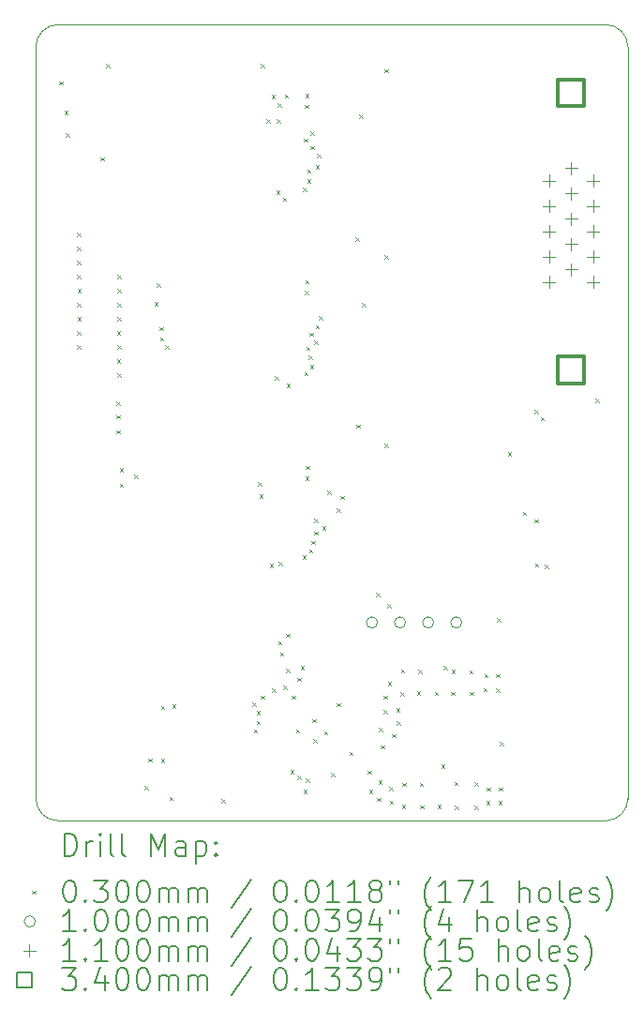
<source format=gbr>
%TF.GenerationSoftware,KiCad,Pcbnew,7.0.9-7.0.9~ubuntu22.04.1*%
%TF.CreationDate,2023-12-05T21:20:52+02:00*%
%TF.ProjectId,iCE40HX-expansion,69434534-3048-4582-9d65-7870616e7369,rev?*%
%TF.SameCoordinates,Original*%
%TF.FileFunction,Drillmap*%
%TF.FilePolarity,Positive*%
%FSLAX45Y45*%
G04 Gerber Fmt 4.5, Leading zero omitted, Abs format (unit mm)*
G04 Created by KiCad (PCBNEW 7.0.9-7.0.9~ubuntu22.04.1) date 2023-12-05 21:20:52*
%MOMM*%
%LPD*%
G01*
G04 APERTURE LIST*
%ADD10C,0.100000*%
%ADD11C,0.200000*%
%ADD12C,0.110002*%
%ADD13C,0.339999*%
G04 APERTURE END LIST*
D10*
X15697200Y-5241900D02*
G75*
G03*
X15497200Y-5041900I-200000J0D01*
G01*
X15697200Y-5241900D02*
X15697200Y-12030100D01*
X10350500Y-12030100D02*
X10350500Y-5241900D01*
X15497200Y-12230100D02*
X10550500Y-12230100D01*
X10350500Y-12030100D02*
G75*
G03*
X10550500Y-12230100I200000J0D01*
G01*
X10550500Y-5041900D02*
G75*
G03*
X10350500Y-5241900I0J-200000D01*
G01*
X10550500Y-5041900D02*
X15497200Y-5041900D01*
X15497200Y-12230100D02*
G75*
G03*
X15697200Y-12030100I0J200000D01*
G01*
D11*
D10*
X10561560Y-5555220D02*
X10591560Y-5585220D01*
X10591560Y-5555220D02*
X10561560Y-5585220D01*
X10609820Y-5819380D02*
X10639820Y-5849380D01*
X10639820Y-5819380D02*
X10609820Y-5849380D01*
X10619980Y-6025120D02*
X10649980Y-6055120D01*
X10649980Y-6025120D02*
X10619980Y-6055120D01*
X10721580Y-7935200D02*
X10751580Y-7965200D01*
X10751580Y-7935200D02*
X10721580Y-7965200D01*
X10724120Y-6921740D02*
X10754120Y-6951740D01*
X10754120Y-6921740D02*
X10724120Y-6951740D01*
X10724120Y-7048740D02*
X10754120Y-7078740D01*
X10754120Y-7048740D02*
X10724120Y-7078740D01*
X10724120Y-7175740D02*
X10754120Y-7205740D01*
X10754120Y-7175740D02*
X10724120Y-7205740D01*
X10724120Y-7302740D02*
X10754120Y-7332740D01*
X10754120Y-7302740D02*
X10724120Y-7332740D01*
X10724120Y-7554200D02*
X10754120Y-7584200D01*
X10754120Y-7554200D02*
X10724120Y-7584200D01*
X10724120Y-7808200D02*
X10754120Y-7838200D01*
X10754120Y-7808200D02*
X10724120Y-7838200D01*
X10726660Y-7429740D02*
X10756660Y-7459740D01*
X10756660Y-7429740D02*
X10726660Y-7459740D01*
X10726660Y-7683740D02*
X10756660Y-7713740D01*
X10756660Y-7683740D02*
X10726660Y-7713740D01*
X10934940Y-6238480D02*
X10964940Y-6268480D01*
X10964940Y-6238480D02*
X10934940Y-6268480D01*
X10983200Y-5395200D02*
X11013200Y-5425200D01*
X11013200Y-5395200D02*
X10983200Y-5425200D01*
X11077180Y-8443200D02*
X11107180Y-8473200D01*
X11107180Y-8443200D02*
X11077180Y-8473200D01*
X11079720Y-8567660D02*
X11109720Y-8597660D01*
X11109720Y-8567660D02*
X11079720Y-8597660D01*
X11079720Y-8702280D02*
X11109720Y-8732280D01*
X11109720Y-8702280D02*
X11079720Y-8732280D01*
X11082260Y-7810740D02*
X11112260Y-7840740D01*
X11112260Y-7810740D02*
X11082260Y-7840740D01*
X11082260Y-8064740D02*
X11112260Y-8094740D01*
X11112260Y-8064740D02*
X11082260Y-8094740D01*
X11084800Y-7302740D02*
X11114800Y-7332740D01*
X11114800Y-7302740D02*
X11084800Y-7332740D01*
X11084800Y-7429740D02*
X11114800Y-7459740D01*
X11114800Y-7429740D02*
X11084800Y-7459740D01*
X11084800Y-7556740D02*
X11114800Y-7586740D01*
X11114800Y-7556740D02*
X11084800Y-7586740D01*
X11084800Y-7937740D02*
X11114800Y-7967740D01*
X11114800Y-7937740D02*
X11084800Y-7967740D01*
X11087340Y-7683740D02*
X11117340Y-7713740D01*
X11117340Y-7683740D02*
X11087340Y-7713740D01*
X11087340Y-8191740D02*
X11117340Y-8221740D01*
X11117340Y-8191740D02*
X11087340Y-8221740D01*
X11107660Y-9047720D02*
X11137660Y-9077720D01*
X11137660Y-9047720D02*
X11107660Y-9077720D01*
X11107660Y-9187420D02*
X11137660Y-9217420D01*
X11137660Y-9187420D02*
X11107660Y-9217420D01*
X11239740Y-9103600D02*
X11269740Y-9133600D01*
X11269740Y-9103600D02*
X11239740Y-9133600D01*
X11331180Y-11915380D02*
X11361180Y-11945380D01*
X11361180Y-11915380D02*
X11331180Y-11945380D01*
X11366740Y-11666460D02*
X11396740Y-11696460D01*
X11396740Y-11666460D02*
X11366740Y-11696460D01*
X11420080Y-7546580D02*
X11450080Y-7576580D01*
X11450080Y-7546580D02*
X11420080Y-7576580D01*
X11442940Y-7376400D02*
X11472940Y-7406400D01*
X11472940Y-7376400D02*
X11442940Y-7406400D01*
X11465800Y-7770100D02*
X11495800Y-7800100D01*
X11495800Y-7770100D02*
X11465800Y-7800100D01*
X11470880Y-7864080D02*
X11500880Y-7894080D01*
X11500880Y-7864080D02*
X11470880Y-7894080D01*
X11481040Y-11192500D02*
X11511040Y-11222500D01*
X11511040Y-11192500D02*
X11481040Y-11222500D01*
X11481040Y-11669000D02*
X11511040Y-11699000D01*
X11511040Y-11669000D02*
X11481040Y-11699000D01*
X11519140Y-7937740D02*
X11549140Y-7967740D01*
X11549140Y-7937740D02*
X11519140Y-7967740D01*
X11554700Y-12014440D02*
X11584700Y-12044440D01*
X11584700Y-12014440D02*
X11554700Y-12044440D01*
X11582640Y-11179800D02*
X11612640Y-11209800D01*
X11612640Y-11179800D02*
X11582640Y-11209800D01*
X12027140Y-12034760D02*
X12057140Y-12064760D01*
X12057140Y-12034760D02*
X12027140Y-12064760D01*
X12304000Y-11161000D02*
X12334000Y-11191000D01*
X12334000Y-11161000D02*
X12304000Y-11191000D01*
X12316700Y-11402300D02*
X12346700Y-11432300D01*
X12346700Y-11402300D02*
X12316700Y-11432300D01*
X12342100Y-11237200D02*
X12372100Y-11267200D01*
X12372100Y-11237200D02*
X12342100Y-11267200D01*
X12342100Y-11326100D02*
X12372100Y-11356100D01*
X12372100Y-11326100D02*
X12342100Y-11356100D01*
X12354800Y-9172180D02*
X12384800Y-9202180D01*
X12384800Y-9172180D02*
X12354800Y-9202180D01*
X12370040Y-9283940D02*
X12400040Y-9313940D01*
X12400040Y-9283940D02*
X12370040Y-9313940D01*
X12380200Y-5395200D02*
X12410200Y-5425200D01*
X12410200Y-5395200D02*
X12380200Y-5425200D01*
X12380200Y-11097500D02*
X12410200Y-11127500D01*
X12410200Y-11097500D02*
X12380200Y-11127500D01*
X12431000Y-5898120D02*
X12461000Y-5928120D01*
X12461000Y-5898120D02*
X12431000Y-5928120D01*
X12464020Y-9911320D02*
X12494020Y-9941320D01*
X12494020Y-9911320D02*
X12464020Y-9941320D01*
X12479260Y-5674600D02*
X12509260Y-5704600D01*
X12509260Y-5674600D02*
X12479260Y-5704600D01*
X12481800Y-11034000D02*
X12511800Y-11064000D01*
X12511800Y-11034000D02*
X12481800Y-11064000D01*
X12509740Y-8214600D02*
X12539740Y-8244600D01*
X12539740Y-8214600D02*
X12509740Y-8244600D01*
X12519900Y-6540740D02*
X12549900Y-6570740D01*
X12549900Y-6540740D02*
X12519900Y-6570740D01*
X12524980Y-5898120D02*
X12554980Y-5928120D01*
X12554980Y-5898120D02*
X12524980Y-5928120D01*
X12535140Y-5750800D02*
X12565140Y-5780800D01*
X12565140Y-5750800D02*
X12535140Y-5780800D01*
X12540220Y-10607280D02*
X12570220Y-10637280D01*
X12570220Y-10607280D02*
X12540220Y-10637280D01*
X12542760Y-9893540D02*
X12572760Y-9923540D01*
X12572760Y-9893540D02*
X12542760Y-9923540D01*
X12555460Y-10711420D02*
X12585460Y-10741420D01*
X12585460Y-10711420D02*
X12555460Y-10741420D01*
X12580860Y-6601700D02*
X12610860Y-6631700D01*
X12610860Y-6601700D02*
X12580860Y-6631700D01*
X12583400Y-11008600D02*
X12613400Y-11038600D01*
X12613400Y-11008600D02*
X12583400Y-11038600D01*
X12596100Y-5672060D02*
X12626100Y-5702060D01*
X12626100Y-5672060D02*
X12596100Y-5702060D01*
X12608800Y-10538700D02*
X12638800Y-10568700D01*
X12638800Y-10538700D02*
X12608800Y-10568700D01*
X12608800Y-10856200D02*
X12638800Y-10886200D01*
X12638800Y-10856200D02*
X12608800Y-10886200D01*
X12616420Y-8283180D02*
X12646420Y-8313180D01*
X12646420Y-8283180D02*
X12616420Y-8313180D01*
X12646900Y-11770600D02*
X12676900Y-11800600D01*
X12676900Y-11770600D02*
X12646900Y-11800600D01*
X12659600Y-11097500D02*
X12689600Y-11127500D01*
X12689600Y-11097500D02*
X12659600Y-11127500D01*
X12697700Y-11404840D02*
X12727700Y-11434840D01*
X12727700Y-11404840D02*
X12697700Y-11434840D01*
X12710400Y-11821400D02*
X12740400Y-11851400D01*
X12740400Y-11821400D02*
X12710400Y-11851400D01*
X12711219Y-10936661D02*
X12741219Y-10966661D01*
X12741219Y-10936661D02*
X12711219Y-10966661D01*
X12742150Y-10834610D02*
X12772150Y-10864610D01*
X12772150Y-10834610D02*
X12742150Y-10864610D01*
X12758660Y-9832580D02*
X12788660Y-9862580D01*
X12788660Y-9832580D02*
X12758660Y-9862580D01*
X12761200Y-6512800D02*
X12791200Y-6542800D01*
X12791200Y-6512800D02*
X12761200Y-6542800D01*
X12768820Y-11950940D02*
X12798820Y-11980940D01*
X12798820Y-11950940D02*
X12768820Y-11980940D01*
X12771360Y-6070840D02*
X12801360Y-6100840D01*
X12801360Y-6070840D02*
X12771360Y-6100840D01*
X12773900Y-8176500D02*
X12803900Y-8206500D01*
X12803900Y-8176500D02*
X12773900Y-8206500D01*
X12781520Y-5763500D02*
X12811520Y-5793500D01*
X12811520Y-5763500D02*
X12781520Y-5793500D01*
X12781520Y-7444980D02*
X12811520Y-7474980D01*
X12811520Y-7444980D02*
X12781520Y-7474980D01*
X12784060Y-5666980D02*
X12814060Y-5696980D01*
X12814060Y-5666980D02*
X12784060Y-5696980D01*
X12784060Y-7348460D02*
X12814060Y-7378460D01*
X12814060Y-7348460D02*
X12784060Y-7378460D01*
X12784060Y-9121380D02*
X12814060Y-9151380D01*
X12814060Y-9121380D02*
X12784060Y-9151380D01*
X12786600Y-9024860D02*
X12816600Y-9054860D01*
X12816600Y-9024860D02*
X12786600Y-9054860D01*
X12786600Y-11846800D02*
X12816600Y-11876800D01*
X12816600Y-11846800D02*
X12786600Y-11876800D01*
X12794220Y-7947900D02*
X12824220Y-7977900D01*
X12824220Y-7947900D02*
X12794220Y-7977900D01*
X12799300Y-6347700D02*
X12829300Y-6377700D01*
X12829300Y-6347700D02*
X12799300Y-6377700D01*
X12799300Y-6436600D02*
X12829300Y-6466600D01*
X12829300Y-6436600D02*
X12799300Y-6466600D01*
X12812000Y-8029180D02*
X12842000Y-8059180D01*
X12842000Y-8029180D02*
X12812000Y-8059180D01*
X12819620Y-9779240D02*
X12849620Y-9809240D01*
X12849620Y-9779240D02*
X12819620Y-9809240D01*
X12822160Y-7823440D02*
X12852160Y-7853440D01*
X12852160Y-7823440D02*
X12822160Y-7853440D01*
X12824700Y-8113000D02*
X12854700Y-8143000D01*
X12854700Y-8113000D02*
X12824700Y-8143000D01*
X12832320Y-6004800D02*
X12862320Y-6034800D01*
X12862320Y-6004800D02*
X12832320Y-6034800D01*
X12832320Y-6138840D02*
X12862320Y-6168840D01*
X12862320Y-6138840D02*
X12832320Y-6168840D01*
X12839940Y-9700500D02*
X12869940Y-9730500D01*
X12869940Y-9700500D02*
X12839940Y-9730500D01*
X12847560Y-11310860D02*
X12877560Y-11340860D01*
X12877560Y-11310860D02*
X12847560Y-11340860D01*
X12855180Y-11491200D02*
X12885180Y-11521200D01*
X12885180Y-11491200D02*
X12855180Y-11521200D01*
X12862800Y-7894560D02*
X12892800Y-7924560D01*
X12892800Y-7894560D02*
X12862800Y-7924560D01*
X12862800Y-9501650D02*
X12892800Y-9531650D01*
X12892800Y-9501650D02*
X12862800Y-9531650D01*
X12865340Y-9619220D02*
X12895340Y-9649220D01*
X12895340Y-9619220D02*
X12865340Y-9649220D01*
X12875500Y-6309600D02*
X12905500Y-6339600D01*
X12905500Y-6309600D02*
X12875500Y-6339600D01*
X12875500Y-7754860D02*
X12905500Y-7784860D01*
X12905500Y-7754860D02*
X12875500Y-7784860D01*
X12888200Y-6208000D02*
X12918200Y-6238000D01*
X12918200Y-6208000D02*
X12888200Y-6238000D01*
X12908520Y-7676120D02*
X12938520Y-7706120D01*
X12938520Y-7676120D02*
X12908520Y-7706120D01*
X12936460Y-9570960D02*
X12966460Y-9600960D01*
X12966460Y-9570960D02*
X12936460Y-9600960D01*
X12951700Y-11422620D02*
X12981700Y-11452620D01*
X12981700Y-11422620D02*
X12951700Y-11452620D01*
X12984720Y-9250920D02*
X13014720Y-9280920D01*
X13014720Y-9250920D02*
X12984720Y-9280920D01*
X13015200Y-11796000D02*
X13045200Y-11826000D01*
X13045200Y-11796000D02*
X13015200Y-11826000D01*
X13066000Y-9408400D02*
X13096000Y-9438400D01*
X13096000Y-9408400D02*
X13066000Y-9438400D01*
X13068540Y-11166080D02*
X13098540Y-11196080D01*
X13098540Y-11166080D02*
X13068540Y-11196080D01*
X13101560Y-9294100D02*
X13131560Y-9324100D01*
X13131560Y-9294100D02*
X13101560Y-9324100D01*
X13180300Y-11605500D02*
X13210300Y-11635500D01*
X13210300Y-11605500D02*
X13180300Y-11635500D01*
X13238720Y-6964920D02*
X13268720Y-6994920D01*
X13268720Y-6964920D02*
X13238720Y-6994920D01*
X13243800Y-8651480D02*
X13273800Y-8681480D01*
X13273800Y-8651480D02*
X13243800Y-8681480D01*
X13269200Y-5852400D02*
X13299200Y-5882400D01*
X13299200Y-5852400D02*
X13269200Y-5882400D01*
X13294600Y-7554200D02*
X13324600Y-7584200D01*
X13324600Y-7554200D02*
X13294600Y-7584200D01*
X13347940Y-11775680D02*
X13377940Y-11805680D01*
X13377940Y-11775680D02*
X13347940Y-11805680D01*
X13358100Y-11948400D02*
X13388100Y-11978400D01*
X13388100Y-11948400D02*
X13358100Y-11978400D01*
X13421600Y-10170400D02*
X13451600Y-10200400D01*
X13451600Y-10170400D02*
X13421600Y-10200400D01*
X13431760Y-12022060D02*
X13461760Y-12052060D01*
X13461760Y-12022060D02*
X13431760Y-12052060D01*
X13444460Y-11864580D02*
X13474460Y-11894580D01*
X13474460Y-11864580D02*
X13444460Y-11894580D01*
X13447000Y-11392140D02*
X13477000Y-11422140D01*
X13477000Y-11392140D02*
X13447000Y-11422140D01*
X13467320Y-11547080D02*
X13497320Y-11577080D01*
X13497320Y-11547080D02*
X13467320Y-11577080D01*
X13490180Y-11097500D02*
X13520180Y-11127500D01*
X13520180Y-11097500D02*
X13490180Y-11127500D01*
X13490180Y-11232120D02*
X13520180Y-11262120D01*
X13520180Y-11232120D02*
X13490180Y-11262120D01*
X13497800Y-5441840D02*
X13527800Y-5471840D01*
X13527800Y-5441840D02*
X13497800Y-5471840D01*
X13497800Y-7122400D02*
X13527800Y-7152400D01*
X13527800Y-7122400D02*
X13497800Y-7152400D01*
X13497800Y-8824200D02*
X13527800Y-8854200D01*
X13527800Y-8824200D02*
X13497800Y-8854200D01*
X13523200Y-10272000D02*
X13553200Y-10302000D01*
X13553200Y-10272000D02*
X13523200Y-10302000D01*
X13528280Y-10978120D02*
X13558280Y-11008120D01*
X13558280Y-10978120D02*
X13528280Y-11008120D01*
X13540980Y-11925540D02*
X13570980Y-11955540D01*
X13570980Y-11925540D02*
X13540980Y-11955540D01*
X13546060Y-12047460D02*
X13576060Y-12077460D01*
X13576060Y-12047460D02*
X13546060Y-12077460D01*
X13566380Y-11448020D02*
X13596380Y-11478020D01*
X13596380Y-11448020D02*
X13566380Y-11478020D01*
X13607020Y-11214340D02*
X13637020Y-11244340D01*
X13637020Y-11214340D02*
X13607020Y-11244340D01*
X13609560Y-11331180D02*
X13639560Y-11361180D01*
X13639560Y-11331180D02*
X13609560Y-11361180D01*
X13642580Y-11069560D02*
X13672580Y-11099560D01*
X13672580Y-11069560D02*
X13642580Y-11099560D01*
X13647660Y-10863820D02*
X13677660Y-10893820D01*
X13677660Y-10863820D02*
X13647660Y-10893820D01*
X13657820Y-12085560D02*
X13687820Y-12115560D01*
X13687820Y-12085560D02*
X13657820Y-12115560D01*
X13660360Y-11884900D02*
X13690360Y-11914900D01*
X13690360Y-11884900D02*
X13660360Y-11914900D01*
X13792440Y-11061940D02*
X13822440Y-11091940D01*
X13822440Y-11061940D02*
X13792440Y-11091940D01*
X13802600Y-10866360D02*
X13832600Y-10896360D01*
X13832600Y-10866360D02*
X13802600Y-10896360D01*
X13817840Y-11884900D02*
X13847840Y-11914900D01*
X13847840Y-11884900D02*
X13817840Y-11914900D01*
X13820380Y-12090640D02*
X13850380Y-12120640D01*
X13850380Y-12090640D02*
X13820380Y-12120640D01*
X13952460Y-11067020D02*
X13982460Y-11097020D01*
X13982460Y-11067020D02*
X13952460Y-11097020D01*
X13977860Y-12085560D02*
X14007860Y-12115560D01*
X14007860Y-12085560D02*
X13977860Y-12115560D01*
X14010880Y-11722340D02*
X14040880Y-11752340D01*
X14040880Y-11722340D02*
X14010880Y-11752340D01*
X14031200Y-10830800D02*
X14061200Y-10860800D01*
X14061200Y-10830800D02*
X14031200Y-10860800D01*
X14102320Y-11067020D02*
X14132320Y-11097020D01*
X14132320Y-11067020D02*
X14102320Y-11097020D01*
X14104860Y-10866360D02*
X14134860Y-10896360D01*
X14134860Y-10866360D02*
X14104860Y-10896360D01*
X14130260Y-11877280D02*
X14160260Y-11907280D01*
X14160260Y-11877280D02*
X14130260Y-11907280D01*
X14132800Y-12095720D02*
X14162800Y-12125720D01*
X14162800Y-12095720D02*
X14132800Y-12125720D01*
X14267420Y-10868900D02*
X14297420Y-10898900D01*
X14297420Y-10868900D02*
X14267420Y-10898900D01*
X14269960Y-11067020D02*
X14299960Y-11097020D01*
X14299960Y-11067020D02*
X14269960Y-11097020D01*
X14310600Y-12093180D02*
X14340600Y-12123180D01*
X14340600Y-12093180D02*
X14310600Y-12123180D01*
X14313140Y-11882360D02*
X14343140Y-11912360D01*
X14343140Y-11882360D02*
X14313140Y-11912360D01*
X14394420Y-11031460D02*
X14424420Y-11061460D01*
X14424420Y-11031460D02*
X14394420Y-11061460D01*
X14402040Y-10904460D02*
X14432040Y-10934460D01*
X14432040Y-10904460D02*
X14402040Y-10934460D01*
X14419820Y-12050000D02*
X14449820Y-12080000D01*
X14449820Y-12050000D02*
X14419820Y-12080000D01*
X14422360Y-11928080D02*
X14452360Y-11958080D01*
X14452360Y-11928080D02*
X14422360Y-11958080D01*
X14506180Y-10904460D02*
X14536180Y-10934460D01*
X14536180Y-10904460D02*
X14506180Y-10934460D01*
X14508720Y-11034000D02*
X14538720Y-11064000D01*
X14538720Y-11034000D02*
X14508720Y-11064000D01*
X14513800Y-10399000D02*
X14543800Y-10429000D01*
X14543800Y-10399000D02*
X14513800Y-10429000D01*
X14526500Y-12050000D02*
X14556500Y-12080000D01*
X14556500Y-12050000D02*
X14526500Y-12080000D01*
X14531580Y-11930620D02*
X14561580Y-11960620D01*
X14561580Y-11930620D02*
X14531580Y-11960620D01*
X14539200Y-11516600D02*
X14569200Y-11546600D01*
X14569200Y-11516600D02*
X14539200Y-11546600D01*
X14612860Y-8900400D02*
X14642860Y-8930400D01*
X14642860Y-8900400D02*
X14612860Y-8930400D01*
X14747480Y-9438880D02*
X14777480Y-9468880D01*
X14777480Y-9438880D02*
X14747480Y-9468880D01*
X14854160Y-8521940D02*
X14884160Y-8551940D01*
X14884160Y-8521940D02*
X14854160Y-8551940D01*
X14854160Y-9507460D02*
X14884160Y-9537460D01*
X14884160Y-9507460D02*
X14854160Y-9537460D01*
X14856700Y-9903700D02*
X14886700Y-9933700D01*
X14886700Y-9903700D02*
X14856700Y-9933700D01*
X14910040Y-8585440D02*
X14940040Y-8615440D01*
X14940040Y-8585440D02*
X14910040Y-8615440D01*
X14945600Y-9916400D02*
X14975600Y-9946400D01*
X14975600Y-9916400D02*
X14945600Y-9946400D01*
X15402800Y-8417800D02*
X15432800Y-8447800D01*
X15432800Y-8417800D02*
X15402800Y-8447800D01*
X13434800Y-10439400D02*
G75*
G03*
X13434800Y-10439400I-50000J0D01*
G01*
X13688800Y-10439400D02*
G75*
G03*
X13688800Y-10439400I-50000J0D01*
G01*
X13942800Y-10439400D02*
G75*
G03*
X13942800Y-10439400I-50000J0D01*
G01*
X14196800Y-10439400D02*
G75*
G03*
X14196800Y-10439400I-50000J0D01*
G01*
D12*
X14986000Y-6395399D02*
X14986000Y-6505401D01*
X14930999Y-6450400D02*
X15041001Y-6450400D01*
X14986000Y-6624399D02*
X14986000Y-6734401D01*
X14930999Y-6679400D02*
X15041001Y-6679400D01*
X14986000Y-6853399D02*
X14986000Y-6963401D01*
X14930999Y-6908400D02*
X15041001Y-6908400D01*
X14986000Y-7082399D02*
X14986000Y-7192401D01*
X14930999Y-7137400D02*
X15041001Y-7137400D01*
X14986000Y-7311399D02*
X14986000Y-7421401D01*
X14930999Y-7366400D02*
X15041001Y-7366400D01*
X15184000Y-6280399D02*
X15184000Y-6390401D01*
X15128999Y-6335400D02*
X15239001Y-6335400D01*
X15184000Y-6509399D02*
X15184000Y-6619401D01*
X15128999Y-6564400D02*
X15239001Y-6564400D01*
X15184000Y-6738399D02*
X15184000Y-6848401D01*
X15128999Y-6793400D02*
X15239001Y-6793400D01*
X15184000Y-6967399D02*
X15184000Y-7077401D01*
X15128999Y-7022400D02*
X15239001Y-7022400D01*
X15184000Y-7196399D02*
X15184000Y-7306401D01*
X15128999Y-7251400D02*
X15239001Y-7251400D01*
X15382000Y-6395399D02*
X15382000Y-6505401D01*
X15326999Y-6450400D02*
X15437001Y-6450400D01*
X15382000Y-6624399D02*
X15382000Y-6734401D01*
X15326999Y-6679400D02*
X15437001Y-6679400D01*
X15382000Y-6853399D02*
X15382000Y-6963401D01*
X15326999Y-6908400D02*
X15437001Y-6908400D01*
X15382000Y-7082399D02*
X15382000Y-7192401D01*
X15326999Y-7137400D02*
X15437001Y-7137400D01*
X15382000Y-7311399D02*
X15382000Y-7421401D01*
X15326999Y-7366400D02*
X15437001Y-7366400D01*
D13*
X15304209Y-5778609D02*
X15304209Y-5538191D01*
X15063791Y-5538191D01*
X15063791Y-5778609D01*
X15304209Y-5778609D01*
X15304209Y-8278609D02*
X15304209Y-8038191D01*
X15063791Y-8038191D01*
X15063791Y-8278609D01*
X15304209Y-8278609D01*
D11*
X10606277Y-12546584D02*
X10606277Y-12346584D01*
X10606277Y-12346584D02*
X10653896Y-12346584D01*
X10653896Y-12346584D02*
X10682467Y-12356108D01*
X10682467Y-12356108D02*
X10701515Y-12375155D01*
X10701515Y-12375155D02*
X10711039Y-12394203D01*
X10711039Y-12394203D02*
X10720563Y-12432298D01*
X10720563Y-12432298D02*
X10720563Y-12460869D01*
X10720563Y-12460869D02*
X10711039Y-12498965D01*
X10711039Y-12498965D02*
X10701515Y-12518012D01*
X10701515Y-12518012D02*
X10682467Y-12537060D01*
X10682467Y-12537060D02*
X10653896Y-12546584D01*
X10653896Y-12546584D02*
X10606277Y-12546584D01*
X10806277Y-12546584D02*
X10806277Y-12413250D01*
X10806277Y-12451346D02*
X10815801Y-12432298D01*
X10815801Y-12432298D02*
X10825324Y-12422774D01*
X10825324Y-12422774D02*
X10844372Y-12413250D01*
X10844372Y-12413250D02*
X10863420Y-12413250D01*
X10930086Y-12546584D02*
X10930086Y-12413250D01*
X10930086Y-12346584D02*
X10920563Y-12356108D01*
X10920563Y-12356108D02*
X10930086Y-12365631D01*
X10930086Y-12365631D02*
X10939610Y-12356108D01*
X10939610Y-12356108D02*
X10930086Y-12346584D01*
X10930086Y-12346584D02*
X10930086Y-12365631D01*
X11053896Y-12546584D02*
X11034848Y-12537060D01*
X11034848Y-12537060D02*
X11025324Y-12518012D01*
X11025324Y-12518012D02*
X11025324Y-12346584D01*
X11158658Y-12546584D02*
X11139610Y-12537060D01*
X11139610Y-12537060D02*
X11130086Y-12518012D01*
X11130086Y-12518012D02*
X11130086Y-12346584D01*
X11387229Y-12546584D02*
X11387229Y-12346584D01*
X11387229Y-12346584D02*
X11453896Y-12489441D01*
X11453896Y-12489441D02*
X11520562Y-12346584D01*
X11520562Y-12346584D02*
X11520562Y-12546584D01*
X11701515Y-12546584D02*
X11701515Y-12441822D01*
X11701515Y-12441822D02*
X11691991Y-12422774D01*
X11691991Y-12422774D02*
X11672943Y-12413250D01*
X11672943Y-12413250D02*
X11634848Y-12413250D01*
X11634848Y-12413250D02*
X11615801Y-12422774D01*
X11701515Y-12537060D02*
X11682467Y-12546584D01*
X11682467Y-12546584D02*
X11634848Y-12546584D01*
X11634848Y-12546584D02*
X11615801Y-12537060D01*
X11615801Y-12537060D02*
X11606277Y-12518012D01*
X11606277Y-12518012D02*
X11606277Y-12498965D01*
X11606277Y-12498965D02*
X11615801Y-12479917D01*
X11615801Y-12479917D02*
X11634848Y-12470393D01*
X11634848Y-12470393D02*
X11682467Y-12470393D01*
X11682467Y-12470393D02*
X11701515Y-12460869D01*
X11796753Y-12413250D02*
X11796753Y-12613250D01*
X11796753Y-12422774D02*
X11815801Y-12413250D01*
X11815801Y-12413250D02*
X11853896Y-12413250D01*
X11853896Y-12413250D02*
X11872943Y-12422774D01*
X11872943Y-12422774D02*
X11882467Y-12432298D01*
X11882467Y-12432298D02*
X11891991Y-12451346D01*
X11891991Y-12451346D02*
X11891991Y-12508488D01*
X11891991Y-12508488D02*
X11882467Y-12527536D01*
X11882467Y-12527536D02*
X11872943Y-12537060D01*
X11872943Y-12537060D02*
X11853896Y-12546584D01*
X11853896Y-12546584D02*
X11815801Y-12546584D01*
X11815801Y-12546584D02*
X11796753Y-12537060D01*
X11977705Y-12527536D02*
X11987229Y-12537060D01*
X11987229Y-12537060D02*
X11977705Y-12546584D01*
X11977705Y-12546584D02*
X11968182Y-12537060D01*
X11968182Y-12537060D02*
X11977705Y-12527536D01*
X11977705Y-12527536D02*
X11977705Y-12546584D01*
X11977705Y-12422774D02*
X11987229Y-12432298D01*
X11987229Y-12432298D02*
X11977705Y-12441822D01*
X11977705Y-12441822D02*
X11968182Y-12432298D01*
X11968182Y-12432298D02*
X11977705Y-12422774D01*
X11977705Y-12422774D02*
X11977705Y-12441822D01*
D10*
X10315500Y-12860100D02*
X10345500Y-12890100D01*
X10345500Y-12860100D02*
X10315500Y-12890100D01*
D11*
X10644372Y-12766584D02*
X10663420Y-12766584D01*
X10663420Y-12766584D02*
X10682467Y-12776108D01*
X10682467Y-12776108D02*
X10691991Y-12785631D01*
X10691991Y-12785631D02*
X10701515Y-12804679D01*
X10701515Y-12804679D02*
X10711039Y-12842774D01*
X10711039Y-12842774D02*
X10711039Y-12890393D01*
X10711039Y-12890393D02*
X10701515Y-12928488D01*
X10701515Y-12928488D02*
X10691991Y-12947536D01*
X10691991Y-12947536D02*
X10682467Y-12957060D01*
X10682467Y-12957060D02*
X10663420Y-12966584D01*
X10663420Y-12966584D02*
X10644372Y-12966584D01*
X10644372Y-12966584D02*
X10625324Y-12957060D01*
X10625324Y-12957060D02*
X10615801Y-12947536D01*
X10615801Y-12947536D02*
X10606277Y-12928488D01*
X10606277Y-12928488D02*
X10596753Y-12890393D01*
X10596753Y-12890393D02*
X10596753Y-12842774D01*
X10596753Y-12842774D02*
X10606277Y-12804679D01*
X10606277Y-12804679D02*
X10615801Y-12785631D01*
X10615801Y-12785631D02*
X10625324Y-12776108D01*
X10625324Y-12776108D02*
X10644372Y-12766584D01*
X10796753Y-12947536D02*
X10806277Y-12957060D01*
X10806277Y-12957060D02*
X10796753Y-12966584D01*
X10796753Y-12966584D02*
X10787229Y-12957060D01*
X10787229Y-12957060D02*
X10796753Y-12947536D01*
X10796753Y-12947536D02*
X10796753Y-12966584D01*
X10872944Y-12766584D02*
X10996753Y-12766584D01*
X10996753Y-12766584D02*
X10930086Y-12842774D01*
X10930086Y-12842774D02*
X10958658Y-12842774D01*
X10958658Y-12842774D02*
X10977705Y-12852298D01*
X10977705Y-12852298D02*
X10987229Y-12861822D01*
X10987229Y-12861822D02*
X10996753Y-12880869D01*
X10996753Y-12880869D02*
X10996753Y-12928488D01*
X10996753Y-12928488D02*
X10987229Y-12947536D01*
X10987229Y-12947536D02*
X10977705Y-12957060D01*
X10977705Y-12957060D02*
X10958658Y-12966584D01*
X10958658Y-12966584D02*
X10901515Y-12966584D01*
X10901515Y-12966584D02*
X10882467Y-12957060D01*
X10882467Y-12957060D02*
X10872944Y-12947536D01*
X11120563Y-12766584D02*
X11139610Y-12766584D01*
X11139610Y-12766584D02*
X11158658Y-12776108D01*
X11158658Y-12776108D02*
X11168182Y-12785631D01*
X11168182Y-12785631D02*
X11177705Y-12804679D01*
X11177705Y-12804679D02*
X11187229Y-12842774D01*
X11187229Y-12842774D02*
X11187229Y-12890393D01*
X11187229Y-12890393D02*
X11177705Y-12928488D01*
X11177705Y-12928488D02*
X11168182Y-12947536D01*
X11168182Y-12947536D02*
X11158658Y-12957060D01*
X11158658Y-12957060D02*
X11139610Y-12966584D01*
X11139610Y-12966584D02*
X11120563Y-12966584D01*
X11120563Y-12966584D02*
X11101515Y-12957060D01*
X11101515Y-12957060D02*
X11091991Y-12947536D01*
X11091991Y-12947536D02*
X11082467Y-12928488D01*
X11082467Y-12928488D02*
X11072944Y-12890393D01*
X11072944Y-12890393D02*
X11072944Y-12842774D01*
X11072944Y-12842774D02*
X11082467Y-12804679D01*
X11082467Y-12804679D02*
X11091991Y-12785631D01*
X11091991Y-12785631D02*
X11101515Y-12776108D01*
X11101515Y-12776108D02*
X11120563Y-12766584D01*
X11311039Y-12766584D02*
X11330086Y-12766584D01*
X11330086Y-12766584D02*
X11349134Y-12776108D01*
X11349134Y-12776108D02*
X11358658Y-12785631D01*
X11358658Y-12785631D02*
X11368182Y-12804679D01*
X11368182Y-12804679D02*
X11377705Y-12842774D01*
X11377705Y-12842774D02*
X11377705Y-12890393D01*
X11377705Y-12890393D02*
X11368182Y-12928488D01*
X11368182Y-12928488D02*
X11358658Y-12947536D01*
X11358658Y-12947536D02*
X11349134Y-12957060D01*
X11349134Y-12957060D02*
X11330086Y-12966584D01*
X11330086Y-12966584D02*
X11311039Y-12966584D01*
X11311039Y-12966584D02*
X11291991Y-12957060D01*
X11291991Y-12957060D02*
X11282467Y-12947536D01*
X11282467Y-12947536D02*
X11272943Y-12928488D01*
X11272943Y-12928488D02*
X11263420Y-12890393D01*
X11263420Y-12890393D02*
X11263420Y-12842774D01*
X11263420Y-12842774D02*
X11272943Y-12804679D01*
X11272943Y-12804679D02*
X11282467Y-12785631D01*
X11282467Y-12785631D02*
X11291991Y-12776108D01*
X11291991Y-12776108D02*
X11311039Y-12766584D01*
X11463420Y-12966584D02*
X11463420Y-12833250D01*
X11463420Y-12852298D02*
X11472943Y-12842774D01*
X11472943Y-12842774D02*
X11491991Y-12833250D01*
X11491991Y-12833250D02*
X11520563Y-12833250D01*
X11520563Y-12833250D02*
X11539610Y-12842774D01*
X11539610Y-12842774D02*
X11549134Y-12861822D01*
X11549134Y-12861822D02*
X11549134Y-12966584D01*
X11549134Y-12861822D02*
X11558658Y-12842774D01*
X11558658Y-12842774D02*
X11577705Y-12833250D01*
X11577705Y-12833250D02*
X11606277Y-12833250D01*
X11606277Y-12833250D02*
X11625324Y-12842774D01*
X11625324Y-12842774D02*
X11634848Y-12861822D01*
X11634848Y-12861822D02*
X11634848Y-12966584D01*
X11730086Y-12966584D02*
X11730086Y-12833250D01*
X11730086Y-12852298D02*
X11739610Y-12842774D01*
X11739610Y-12842774D02*
X11758658Y-12833250D01*
X11758658Y-12833250D02*
X11787229Y-12833250D01*
X11787229Y-12833250D02*
X11806277Y-12842774D01*
X11806277Y-12842774D02*
X11815801Y-12861822D01*
X11815801Y-12861822D02*
X11815801Y-12966584D01*
X11815801Y-12861822D02*
X11825324Y-12842774D01*
X11825324Y-12842774D02*
X11844372Y-12833250D01*
X11844372Y-12833250D02*
X11872943Y-12833250D01*
X11872943Y-12833250D02*
X11891991Y-12842774D01*
X11891991Y-12842774D02*
X11901515Y-12861822D01*
X11901515Y-12861822D02*
X11901515Y-12966584D01*
X12291991Y-12757060D02*
X12120563Y-13014203D01*
X12549134Y-12766584D02*
X12568182Y-12766584D01*
X12568182Y-12766584D02*
X12587229Y-12776108D01*
X12587229Y-12776108D02*
X12596753Y-12785631D01*
X12596753Y-12785631D02*
X12606277Y-12804679D01*
X12606277Y-12804679D02*
X12615801Y-12842774D01*
X12615801Y-12842774D02*
X12615801Y-12890393D01*
X12615801Y-12890393D02*
X12606277Y-12928488D01*
X12606277Y-12928488D02*
X12596753Y-12947536D01*
X12596753Y-12947536D02*
X12587229Y-12957060D01*
X12587229Y-12957060D02*
X12568182Y-12966584D01*
X12568182Y-12966584D02*
X12549134Y-12966584D01*
X12549134Y-12966584D02*
X12530086Y-12957060D01*
X12530086Y-12957060D02*
X12520563Y-12947536D01*
X12520563Y-12947536D02*
X12511039Y-12928488D01*
X12511039Y-12928488D02*
X12501515Y-12890393D01*
X12501515Y-12890393D02*
X12501515Y-12842774D01*
X12501515Y-12842774D02*
X12511039Y-12804679D01*
X12511039Y-12804679D02*
X12520563Y-12785631D01*
X12520563Y-12785631D02*
X12530086Y-12776108D01*
X12530086Y-12776108D02*
X12549134Y-12766584D01*
X12701515Y-12947536D02*
X12711039Y-12957060D01*
X12711039Y-12957060D02*
X12701515Y-12966584D01*
X12701515Y-12966584D02*
X12691991Y-12957060D01*
X12691991Y-12957060D02*
X12701515Y-12947536D01*
X12701515Y-12947536D02*
X12701515Y-12966584D01*
X12834848Y-12766584D02*
X12853896Y-12766584D01*
X12853896Y-12766584D02*
X12872944Y-12776108D01*
X12872944Y-12776108D02*
X12882467Y-12785631D01*
X12882467Y-12785631D02*
X12891991Y-12804679D01*
X12891991Y-12804679D02*
X12901515Y-12842774D01*
X12901515Y-12842774D02*
X12901515Y-12890393D01*
X12901515Y-12890393D02*
X12891991Y-12928488D01*
X12891991Y-12928488D02*
X12882467Y-12947536D01*
X12882467Y-12947536D02*
X12872944Y-12957060D01*
X12872944Y-12957060D02*
X12853896Y-12966584D01*
X12853896Y-12966584D02*
X12834848Y-12966584D01*
X12834848Y-12966584D02*
X12815801Y-12957060D01*
X12815801Y-12957060D02*
X12806277Y-12947536D01*
X12806277Y-12947536D02*
X12796753Y-12928488D01*
X12796753Y-12928488D02*
X12787229Y-12890393D01*
X12787229Y-12890393D02*
X12787229Y-12842774D01*
X12787229Y-12842774D02*
X12796753Y-12804679D01*
X12796753Y-12804679D02*
X12806277Y-12785631D01*
X12806277Y-12785631D02*
X12815801Y-12776108D01*
X12815801Y-12776108D02*
X12834848Y-12766584D01*
X13091991Y-12966584D02*
X12977706Y-12966584D01*
X13034848Y-12966584D02*
X13034848Y-12766584D01*
X13034848Y-12766584D02*
X13015801Y-12795155D01*
X13015801Y-12795155D02*
X12996753Y-12814203D01*
X12996753Y-12814203D02*
X12977706Y-12823727D01*
X13282467Y-12966584D02*
X13168182Y-12966584D01*
X13225325Y-12966584D02*
X13225325Y-12766584D01*
X13225325Y-12766584D02*
X13206277Y-12795155D01*
X13206277Y-12795155D02*
X13187229Y-12814203D01*
X13187229Y-12814203D02*
X13168182Y-12823727D01*
X13396753Y-12852298D02*
X13377706Y-12842774D01*
X13377706Y-12842774D02*
X13368182Y-12833250D01*
X13368182Y-12833250D02*
X13358658Y-12814203D01*
X13358658Y-12814203D02*
X13358658Y-12804679D01*
X13358658Y-12804679D02*
X13368182Y-12785631D01*
X13368182Y-12785631D02*
X13377706Y-12776108D01*
X13377706Y-12776108D02*
X13396753Y-12766584D01*
X13396753Y-12766584D02*
X13434848Y-12766584D01*
X13434848Y-12766584D02*
X13453896Y-12776108D01*
X13453896Y-12776108D02*
X13463420Y-12785631D01*
X13463420Y-12785631D02*
X13472944Y-12804679D01*
X13472944Y-12804679D02*
X13472944Y-12814203D01*
X13472944Y-12814203D02*
X13463420Y-12833250D01*
X13463420Y-12833250D02*
X13453896Y-12842774D01*
X13453896Y-12842774D02*
X13434848Y-12852298D01*
X13434848Y-12852298D02*
X13396753Y-12852298D01*
X13396753Y-12852298D02*
X13377706Y-12861822D01*
X13377706Y-12861822D02*
X13368182Y-12871346D01*
X13368182Y-12871346D02*
X13358658Y-12890393D01*
X13358658Y-12890393D02*
X13358658Y-12928488D01*
X13358658Y-12928488D02*
X13368182Y-12947536D01*
X13368182Y-12947536D02*
X13377706Y-12957060D01*
X13377706Y-12957060D02*
X13396753Y-12966584D01*
X13396753Y-12966584D02*
X13434848Y-12966584D01*
X13434848Y-12966584D02*
X13453896Y-12957060D01*
X13453896Y-12957060D02*
X13463420Y-12947536D01*
X13463420Y-12947536D02*
X13472944Y-12928488D01*
X13472944Y-12928488D02*
X13472944Y-12890393D01*
X13472944Y-12890393D02*
X13463420Y-12871346D01*
X13463420Y-12871346D02*
X13453896Y-12861822D01*
X13453896Y-12861822D02*
X13434848Y-12852298D01*
X13549134Y-12766584D02*
X13549134Y-12804679D01*
X13625325Y-12766584D02*
X13625325Y-12804679D01*
X13920563Y-13042774D02*
X13911039Y-13033250D01*
X13911039Y-13033250D02*
X13891991Y-13004679D01*
X13891991Y-13004679D02*
X13882468Y-12985631D01*
X13882468Y-12985631D02*
X13872944Y-12957060D01*
X13872944Y-12957060D02*
X13863420Y-12909441D01*
X13863420Y-12909441D02*
X13863420Y-12871346D01*
X13863420Y-12871346D02*
X13872944Y-12823727D01*
X13872944Y-12823727D02*
X13882468Y-12795155D01*
X13882468Y-12795155D02*
X13891991Y-12776108D01*
X13891991Y-12776108D02*
X13911039Y-12747536D01*
X13911039Y-12747536D02*
X13920563Y-12738012D01*
X14101515Y-12966584D02*
X13987229Y-12966584D01*
X14044372Y-12966584D02*
X14044372Y-12766584D01*
X14044372Y-12766584D02*
X14025325Y-12795155D01*
X14025325Y-12795155D02*
X14006277Y-12814203D01*
X14006277Y-12814203D02*
X13987229Y-12823727D01*
X14168182Y-12766584D02*
X14301515Y-12766584D01*
X14301515Y-12766584D02*
X14215801Y-12966584D01*
X14482468Y-12966584D02*
X14368182Y-12966584D01*
X14425325Y-12966584D02*
X14425325Y-12766584D01*
X14425325Y-12766584D02*
X14406277Y-12795155D01*
X14406277Y-12795155D02*
X14387229Y-12814203D01*
X14387229Y-12814203D02*
X14368182Y-12823727D01*
X14720563Y-12966584D02*
X14720563Y-12766584D01*
X14806277Y-12966584D02*
X14806277Y-12861822D01*
X14806277Y-12861822D02*
X14796753Y-12842774D01*
X14796753Y-12842774D02*
X14777706Y-12833250D01*
X14777706Y-12833250D02*
X14749134Y-12833250D01*
X14749134Y-12833250D02*
X14730087Y-12842774D01*
X14730087Y-12842774D02*
X14720563Y-12852298D01*
X14930087Y-12966584D02*
X14911039Y-12957060D01*
X14911039Y-12957060D02*
X14901515Y-12947536D01*
X14901515Y-12947536D02*
X14891991Y-12928488D01*
X14891991Y-12928488D02*
X14891991Y-12871346D01*
X14891991Y-12871346D02*
X14901515Y-12852298D01*
X14901515Y-12852298D02*
X14911039Y-12842774D01*
X14911039Y-12842774D02*
X14930087Y-12833250D01*
X14930087Y-12833250D02*
X14958658Y-12833250D01*
X14958658Y-12833250D02*
X14977706Y-12842774D01*
X14977706Y-12842774D02*
X14987230Y-12852298D01*
X14987230Y-12852298D02*
X14996753Y-12871346D01*
X14996753Y-12871346D02*
X14996753Y-12928488D01*
X14996753Y-12928488D02*
X14987230Y-12947536D01*
X14987230Y-12947536D02*
X14977706Y-12957060D01*
X14977706Y-12957060D02*
X14958658Y-12966584D01*
X14958658Y-12966584D02*
X14930087Y-12966584D01*
X15111039Y-12966584D02*
X15091991Y-12957060D01*
X15091991Y-12957060D02*
X15082468Y-12938012D01*
X15082468Y-12938012D02*
X15082468Y-12766584D01*
X15263420Y-12957060D02*
X15244372Y-12966584D01*
X15244372Y-12966584D02*
X15206277Y-12966584D01*
X15206277Y-12966584D02*
X15187230Y-12957060D01*
X15187230Y-12957060D02*
X15177706Y-12938012D01*
X15177706Y-12938012D02*
X15177706Y-12861822D01*
X15177706Y-12861822D02*
X15187230Y-12842774D01*
X15187230Y-12842774D02*
X15206277Y-12833250D01*
X15206277Y-12833250D02*
X15244372Y-12833250D01*
X15244372Y-12833250D02*
X15263420Y-12842774D01*
X15263420Y-12842774D02*
X15272944Y-12861822D01*
X15272944Y-12861822D02*
X15272944Y-12880869D01*
X15272944Y-12880869D02*
X15177706Y-12899917D01*
X15349134Y-12957060D02*
X15368182Y-12966584D01*
X15368182Y-12966584D02*
X15406277Y-12966584D01*
X15406277Y-12966584D02*
X15425325Y-12957060D01*
X15425325Y-12957060D02*
X15434849Y-12938012D01*
X15434849Y-12938012D02*
X15434849Y-12928488D01*
X15434849Y-12928488D02*
X15425325Y-12909441D01*
X15425325Y-12909441D02*
X15406277Y-12899917D01*
X15406277Y-12899917D02*
X15377706Y-12899917D01*
X15377706Y-12899917D02*
X15358658Y-12890393D01*
X15358658Y-12890393D02*
X15349134Y-12871346D01*
X15349134Y-12871346D02*
X15349134Y-12861822D01*
X15349134Y-12861822D02*
X15358658Y-12842774D01*
X15358658Y-12842774D02*
X15377706Y-12833250D01*
X15377706Y-12833250D02*
X15406277Y-12833250D01*
X15406277Y-12833250D02*
X15425325Y-12842774D01*
X15501515Y-13042774D02*
X15511039Y-13033250D01*
X15511039Y-13033250D02*
X15530087Y-13004679D01*
X15530087Y-13004679D02*
X15539611Y-12985631D01*
X15539611Y-12985631D02*
X15549134Y-12957060D01*
X15549134Y-12957060D02*
X15558658Y-12909441D01*
X15558658Y-12909441D02*
X15558658Y-12871346D01*
X15558658Y-12871346D02*
X15549134Y-12823727D01*
X15549134Y-12823727D02*
X15539611Y-12795155D01*
X15539611Y-12795155D02*
X15530087Y-12776108D01*
X15530087Y-12776108D02*
X15511039Y-12747536D01*
X15511039Y-12747536D02*
X15501515Y-12738012D01*
D10*
X10345500Y-13139100D02*
G75*
G03*
X10345500Y-13139100I-50000J0D01*
G01*
D11*
X10711039Y-13230584D02*
X10596753Y-13230584D01*
X10653896Y-13230584D02*
X10653896Y-13030584D01*
X10653896Y-13030584D02*
X10634848Y-13059155D01*
X10634848Y-13059155D02*
X10615801Y-13078203D01*
X10615801Y-13078203D02*
X10596753Y-13087727D01*
X10796753Y-13211536D02*
X10806277Y-13221060D01*
X10806277Y-13221060D02*
X10796753Y-13230584D01*
X10796753Y-13230584D02*
X10787229Y-13221060D01*
X10787229Y-13221060D02*
X10796753Y-13211536D01*
X10796753Y-13211536D02*
X10796753Y-13230584D01*
X10930086Y-13030584D02*
X10949134Y-13030584D01*
X10949134Y-13030584D02*
X10968182Y-13040108D01*
X10968182Y-13040108D02*
X10977705Y-13049631D01*
X10977705Y-13049631D02*
X10987229Y-13068679D01*
X10987229Y-13068679D02*
X10996753Y-13106774D01*
X10996753Y-13106774D02*
X10996753Y-13154393D01*
X10996753Y-13154393D02*
X10987229Y-13192488D01*
X10987229Y-13192488D02*
X10977705Y-13211536D01*
X10977705Y-13211536D02*
X10968182Y-13221060D01*
X10968182Y-13221060D02*
X10949134Y-13230584D01*
X10949134Y-13230584D02*
X10930086Y-13230584D01*
X10930086Y-13230584D02*
X10911039Y-13221060D01*
X10911039Y-13221060D02*
X10901515Y-13211536D01*
X10901515Y-13211536D02*
X10891991Y-13192488D01*
X10891991Y-13192488D02*
X10882467Y-13154393D01*
X10882467Y-13154393D02*
X10882467Y-13106774D01*
X10882467Y-13106774D02*
X10891991Y-13068679D01*
X10891991Y-13068679D02*
X10901515Y-13049631D01*
X10901515Y-13049631D02*
X10911039Y-13040108D01*
X10911039Y-13040108D02*
X10930086Y-13030584D01*
X11120563Y-13030584D02*
X11139610Y-13030584D01*
X11139610Y-13030584D02*
X11158658Y-13040108D01*
X11158658Y-13040108D02*
X11168182Y-13049631D01*
X11168182Y-13049631D02*
X11177705Y-13068679D01*
X11177705Y-13068679D02*
X11187229Y-13106774D01*
X11187229Y-13106774D02*
X11187229Y-13154393D01*
X11187229Y-13154393D02*
X11177705Y-13192488D01*
X11177705Y-13192488D02*
X11168182Y-13211536D01*
X11168182Y-13211536D02*
X11158658Y-13221060D01*
X11158658Y-13221060D02*
X11139610Y-13230584D01*
X11139610Y-13230584D02*
X11120563Y-13230584D01*
X11120563Y-13230584D02*
X11101515Y-13221060D01*
X11101515Y-13221060D02*
X11091991Y-13211536D01*
X11091991Y-13211536D02*
X11082467Y-13192488D01*
X11082467Y-13192488D02*
X11072944Y-13154393D01*
X11072944Y-13154393D02*
X11072944Y-13106774D01*
X11072944Y-13106774D02*
X11082467Y-13068679D01*
X11082467Y-13068679D02*
X11091991Y-13049631D01*
X11091991Y-13049631D02*
X11101515Y-13040108D01*
X11101515Y-13040108D02*
X11120563Y-13030584D01*
X11311039Y-13030584D02*
X11330086Y-13030584D01*
X11330086Y-13030584D02*
X11349134Y-13040108D01*
X11349134Y-13040108D02*
X11358658Y-13049631D01*
X11358658Y-13049631D02*
X11368182Y-13068679D01*
X11368182Y-13068679D02*
X11377705Y-13106774D01*
X11377705Y-13106774D02*
X11377705Y-13154393D01*
X11377705Y-13154393D02*
X11368182Y-13192488D01*
X11368182Y-13192488D02*
X11358658Y-13211536D01*
X11358658Y-13211536D02*
X11349134Y-13221060D01*
X11349134Y-13221060D02*
X11330086Y-13230584D01*
X11330086Y-13230584D02*
X11311039Y-13230584D01*
X11311039Y-13230584D02*
X11291991Y-13221060D01*
X11291991Y-13221060D02*
X11282467Y-13211536D01*
X11282467Y-13211536D02*
X11272943Y-13192488D01*
X11272943Y-13192488D02*
X11263420Y-13154393D01*
X11263420Y-13154393D02*
X11263420Y-13106774D01*
X11263420Y-13106774D02*
X11272943Y-13068679D01*
X11272943Y-13068679D02*
X11282467Y-13049631D01*
X11282467Y-13049631D02*
X11291991Y-13040108D01*
X11291991Y-13040108D02*
X11311039Y-13030584D01*
X11463420Y-13230584D02*
X11463420Y-13097250D01*
X11463420Y-13116298D02*
X11472943Y-13106774D01*
X11472943Y-13106774D02*
X11491991Y-13097250D01*
X11491991Y-13097250D02*
X11520563Y-13097250D01*
X11520563Y-13097250D02*
X11539610Y-13106774D01*
X11539610Y-13106774D02*
X11549134Y-13125822D01*
X11549134Y-13125822D02*
X11549134Y-13230584D01*
X11549134Y-13125822D02*
X11558658Y-13106774D01*
X11558658Y-13106774D02*
X11577705Y-13097250D01*
X11577705Y-13097250D02*
X11606277Y-13097250D01*
X11606277Y-13097250D02*
X11625324Y-13106774D01*
X11625324Y-13106774D02*
X11634848Y-13125822D01*
X11634848Y-13125822D02*
X11634848Y-13230584D01*
X11730086Y-13230584D02*
X11730086Y-13097250D01*
X11730086Y-13116298D02*
X11739610Y-13106774D01*
X11739610Y-13106774D02*
X11758658Y-13097250D01*
X11758658Y-13097250D02*
X11787229Y-13097250D01*
X11787229Y-13097250D02*
X11806277Y-13106774D01*
X11806277Y-13106774D02*
X11815801Y-13125822D01*
X11815801Y-13125822D02*
X11815801Y-13230584D01*
X11815801Y-13125822D02*
X11825324Y-13106774D01*
X11825324Y-13106774D02*
X11844372Y-13097250D01*
X11844372Y-13097250D02*
X11872943Y-13097250D01*
X11872943Y-13097250D02*
X11891991Y-13106774D01*
X11891991Y-13106774D02*
X11901515Y-13125822D01*
X11901515Y-13125822D02*
X11901515Y-13230584D01*
X12291991Y-13021060D02*
X12120563Y-13278203D01*
X12549134Y-13030584D02*
X12568182Y-13030584D01*
X12568182Y-13030584D02*
X12587229Y-13040108D01*
X12587229Y-13040108D02*
X12596753Y-13049631D01*
X12596753Y-13049631D02*
X12606277Y-13068679D01*
X12606277Y-13068679D02*
X12615801Y-13106774D01*
X12615801Y-13106774D02*
X12615801Y-13154393D01*
X12615801Y-13154393D02*
X12606277Y-13192488D01*
X12606277Y-13192488D02*
X12596753Y-13211536D01*
X12596753Y-13211536D02*
X12587229Y-13221060D01*
X12587229Y-13221060D02*
X12568182Y-13230584D01*
X12568182Y-13230584D02*
X12549134Y-13230584D01*
X12549134Y-13230584D02*
X12530086Y-13221060D01*
X12530086Y-13221060D02*
X12520563Y-13211536D01*
X12520563Y-13211536D02*
X12511039Y-13192488D01*
X12511039Y-13192488D02*
X12501515Y-13154393D01*
X12501515Y-13154393D02*
X12501515Y-13106774D01*
X12501515Y-13106774D02*
X12511039Y-13068679D01*
X12511039Y-13068679D02*
X12520563Y-13049631D01*
X12520563Y-13049631D02*
X12530086Y-13040108D01*
X12530086Y-13040108D02*
X12549134Y-13030584D01*
X12701515Y-13211536D02*
X12711039Y-13221060D01*
X12711039Y-13221060D02*
X12701515Y-13230584D01*
X12701515Y-13230584D02*
X12691991Y-13221060D01*
X12691991Y-13221060D02*
X12701515Y-13211536D01*
X12701515Y-13211536D02*
X12701515Y-13230584D01*
X12834848Y-13030584D02*
X12853896Y-13030584D01*
X12853896Y-13030584D02*
X12872944Y-13040108D01*
X12872944Y-13040108D02*
X12882467Y-13049631D01*
X12882467Y-13049631D02*
X12891991Y-13068679D01*
X12891991Y-13068679D02*
X12901515Y-13106774D01*
X12901515Y-13106774D02*
X12901515Y-13154393D01*
X12901515Y-13154393D02*
X12891991Y-13192488D01*
X12891991Y-13192488D02*
X12882467Y-13211536D01*
X12882467Y-13211536D02*
X12872944Y-13221060D01*
X12872944Y-13221060D02*
X12853896Y-13230584D01*
X12853896Y-13230584D02*
X12834848Y-13230584D01*
X12834848Y-13230584D02*
X12815801Y-13221060D01*
X12815801Y-13221060D02*
X12806277Y-13211536D01*
X12806277Y-13211536D02*
X12796753Y-13192488D01*
X12796753Y-13192488D02*
X12787229Y-13154393D01*
X12787229Y-13154393D02*
X12787229Y-13106774D01*
X12787229Y-13106774D02*
X12796753Y-13068679D01*
X12796753Y-13068679D02*
X12806277Y-13049631D01*
X12806277Y-13049631D02*
X12815801Y-13040108D01*
X12815801Y-13040108D02*
X12834848Y-13030584D01*
X12968182Y-13030584D02*
X13091991Y-13030584D01*
X13091991Y-13030584D02*
X13025325Y-13106774D01*
X13025325Y-13106774D02*
X13053896Y-13106774D01*
X13053896Y-13106774D02*
X13072944Y-13116298D01*
X13072944Y-13116298D02*
X13082467Y-13125822D01*
X13082467Y-13125822D02*
X13091991Y-13144869D01*
X13091991Y-13144869D02*
X13091991Y-13192488D01*
X13091991Y-13192488D02*
X13082467Y-13211536D01*
X13082467Y-13211536D02*
X13072944Y-13221060D01*
X13072944Y-13221060D02*
X13053896Y-13230584D01*
X13053896Y-13230584D02*
X12996753Y-13230584D01*
X12996753Y-13230584D02*
X12977706Y-13221060D01*
X12977706Y-13221060D02*
X12968182Y-13211536D01*
X13187229Y-13230584D02*
X13225325Y-13230584D01*
X13225325Y-13230584D02*
X13244372Y-13221060D01*
X13244372Y-13221060D02*
X13253896Y-13211536D01*
X13253896Y-13211536D02*
X13272944Y-13182965D01*
X13272944Y-13182965D02*
X13282467Y-13144869D01*
X13282467Y-13144869D02*
X13282467Y-13068679D01*
X13282467Y-13068679D02*
X13272944Y-13049631D01*
X13272944Y-13049631D02*
X13263420Y-13040108D01*
X13263420Y-13040108D02*
X13244372Y-13030584D01*
X13244372Y-13030584D02*
X13206277Y-13030584D01*
X13206277Y-13030584D02*
X13187229Y-13040108D01*
X13187229Y-13040108D02*
X13177706Y-13049631D01*
X13177706Y-13049631D02*
X13168182Y-13068679D01*
X13168182Y-13068679D02*
X13168182Y-13116298D01*
X13168182Y-13116298D02*
X13177706Y-13135346D01*
X13177706Y-13135346D02*
X13187229Y-13144869D01*
X13187229Y-13144869D02*
X13206277Y-13154393D01*
X13206277Y-13154393D02*
X13244372Y-13154393D01*
X13244372Y-13154393D02*
X13263420Y-13144869D01*
X13263420Y-13144869D02*
X13272944Y-13135346D01*
X13272944Y-13135346D02*
X13282467Y-13116298D01*
X13453896Y-13097250D02*
X13453896Y-13230584D01*
X13406277Y-13021060D02*
X13358658Y-13163917D01*
X13358658Y-13163917D02*
X13482467Y-13163917D01*
X13549134Y-13030584D02*
X13549134Y-13068679D01*
X13625325Y-13030584D02*
X13625325Y-13068679D01*
X13920563Y-13306774D02*
X13911039Y-13297250D01*
X13911039Y-13297250D02*
X13891991Y-13268679D01*
X13891991Y-13268679D02*
X13882468Y-13249631D01*
X13882468Y-13249631D02*
X13872944Y-13221060D01*
X13872944Y-13221060D02*
X13863420Y-13173441D01*
X13863420Y-13173441D02*
X13863420Y-13135346D01*
X13863420Y-13135346D02*
X13872944Y-13087727D01*
X13872944Y-13087727D02*
X13882468Y-13059155D01*
X13882468Y-13059155D02*
X13891991Y-13040108D01*
X13891991Y-13040108D02*
X13911039Y-13011536D01*
X13911039Y-13011536D02*
X13920563Y-13002012D01*
X14082468Y-13097250D02*
X14082468Y-13230584D01*
X14034848Y-13021060D02*
X13987229Y-13163917D01*
X13987229Y-13163917D02*
X14111039Y-13163917D01*
X14339610Y-13230584D02*
X14339610Y-13030584D01*
X14425325Y-13230584D02*
X14425325Y-13125822D01*
X14425325Y-13125822D02*
X14415801Y-13106774D01*
X14415801Y-13106774D02*
X14396753Y-13097250D01*
X14396753Y-13097250D02*
X14368182Y-13097250D01*
X14368182Y-13097250D02*
X14349134Y-13106774D01*
X14349134Y-13106774D02*
X14339610Y-13116298D01*
X14549134Y-13230584D02*
X14530087Y-13221060D01*
X14530087Y-13221060D02*
X14520563Y-13211536D01*
X14520563Y-13211536D02*
X14511039Y-13192488D01*
X14511039Y-13192488D02*
X14511039Y-13135346D01*
X14511039Y-13135346D02*
X14520563Y-13116298D01*
X14520563Y-13116298D02*
X14530087Y-13106774D01*
X14530087Y-13106774D02*
X14549134Y-13097250D01*
X14549134Y-13097250D02*
X14577706Y-13097250D01*
X14577706Y-13097250D02*
X14596753Y-13106774D01*
X14596753Y-13106774D02*
X14606277Y-13116298D01*
X14606277Y-13116298D02*
X14615801Y-13135346D01*
X14615801Y-13135346D02*
X14615801Y-13192488D01*
X14615801Y-13192488D02*
X14606277Y-13211536D01*
X14606277Y-13211536D02*
X14596753Y-13221060D01*
X14596753Y-13221060D02*
X14577706Y-13230584D01*
X14577706Y-13230584D02*
X14549134Y-13230584D01*
X14730087Y-13230584D02*
X14711039Y-13221060D01*
X14711039Y-13221060D02*
X14701515Y-13202012D01*
X14701515Y-13202012D02*
X14701515Y-13030584D01*
X14882468Y-13221060D02*
X14863420Y-13230584D01*
X14863420Y-13230584D02*
X14825325Y-13230584D01*
X14825325Y-13230584D02*
X14806277Y-13221060D01*
X14806277Y-13221060D02*
X14796753Y-13202012D01*
X14796753Y-13202012D02*
X14796753Y-13125822D01*
X14796753Y-13125822D02*
X14806277Y-13106774D01*
X14806277Y-13106774D02*
X14825325Y-13097250D01*
X14825325Y-13097250D02*
X14863420Y-13097250D01*
X14863420Y-13097250D02*
X14882468Y-13106774D01*
X14882468Y-13106774D02*
X14891991Y-13125822D01*
X14891991Y-13125822D02*
X14891991Y-13144869D01*
X14891991Y-13144869D02*
X14796753Y-13163917D01*
X14968182Y-13221060D02*
X14987230Y-13230584D01*
X14987230Y-13230584D02*
X15025325Y-13230584D01*
X15025325Y-13230584D02*
X15044372Y-13221060D01*
X15044372Y-13221060D02*
X15053896Y-13202012D01*
X15053896Y-13202012D02*
X15053896Y-13192488D01*
X15053896Y-13192488D02*
X15044372Y-13173441D01*
X15044372Y-13173441D02*
X15025325Y-13163917D01*
X15025325Y-13163917D02*
X14996753Y-13163917D01*
X14996753Y-13163917D02*
X14977706Y-13154393D01*
X14977706Y-13154393D02*
X14968182Y-13135346D01*
X14968182Y-13135346D02*
X14968182Y-13125822D01*
X14968182Y-13125822D02*
X14977706Y-13106774D01*
X14977706Y-13106774D02*
X14996753Y-13097250D01*
X14996753Y-13097250D02*
X15025325Y-13097250D01*
X15025325Y-13097250D02*
X15044372Y-13106774D01*
X15120563Y-13306774D02*
X15130087Y-13297250D01*
X15130087Y-13297250D02*
X15149134Y-13268679D01*
X15149134Y-13268679D02*
X15158658Y-13249631D01*
X15158658Y-13249631D02*
X15168182Y-13221060D01*
X15168182Y-13221060D02*
X15177706Y-13173441D01*
X15177706Y-13173441D02*
X15177706Y-13135346D01*
X15177706Y-13135346D02*
X15168182Y-13087727D01*
X15168182Y-13087727D02*
X15158658Y-13059155D01*
X15158658Y-13059155D02*
X15149134Y-13040108D01*
X15149134Y-13040108D02*
X15130087Y-13011536D01*
X15130087Y-13011536D02*
X15120563Y-13002012D01*
D12*
X10290499Y-13348099D02*
X10290499Y-13458101D01*
X10235498Y-13403100D02*
X10345500Y-13403100D01*
D11*
X10711039Y-13494584D02*
X10596753Y-13494584D01*
X10653896Y-13494584D02*
X10653896Y-13294584D01*
X10653896Y-13294584D02*
X10634848Y-13323155D01*
X10634848Y-13323155D02*
X10615801Y-13342203D01*
X10615801Y-13342203D02*
X10596753Y-13351727D01*
X10796753Y-13475536D02*
X10806277Y-13485060D01*
X10806277Y-13485060D02*
X10796753Y-13494584D01*
X10796753Y-13494584D02*
X10787229Y-13485060D01*
X10787229Y-13485060D02*
X10796753Y-13475536D01*
X10796753Y-13475536D02*
X10796753Y-13494584D01*
X10996753Y-13494584D02*
X10882467Y-13494584D01*
X10939610Y-13494584D02*
X10939610Y-13294584D01*
X10939610Y-13294584D02*
X10920563Y-13323155D01*
X10920563Y-13323155D02*
X10901515Y-13342203D01*
X10901515Y-13342203D02*
X10882467Y-13351727D01*
X11120563Y-13294584D02*
X11139610Y-13294584D01*
X11139610Y-13294584D02*
X11158658Y-13304108D01*
X11158658Y-13304108D02*
X11168182Y-13313631D01*
X11168182Y-13313631D02*
X11177705Y-13332679D01*
X11177705Y-13332679D02*
X11187229Y-13370774D01*
X11187229Y-13370774D02*
X11187229Y-13418393D01*
X11187229Y-13418393D02*
X11177705Y-13456488D01*
X11177705Y-13456488D02*
X11168182Y-13475536D01*
X11168182Y-13475536D02*
X11158658Y-13485060D01*
X11158658Y-13485060D02*
X11139610Y-13494584D01*
X11139610Y-13494584D02*
X11120563Y-13494584D01*
X11120563Y-13494584D02*
X11101515Y-13485060D01*
X11101515Y-13485060D02*
X11091991Y-13475536D01*
X11091991Y-13475536D02*
X11082467Y-13456488D01*
X11082467Y-13456488D02*
X11072944Y-13418393D01*
X11072944Y-13418393D02*
X11072944Y-13370774D01*
X11072944Y-13370774D02*
X11082467Y-13332679D01*
X11082467Y-13332679D02*
X11091991Y-13313631D01*
X11091991Y-13313631D02*
X11101515Y-13304108D01*
X11101515Y-13304108D02*
X11120563Y-13294584D01*
X11311039Y-13294584D02*
X11330086Y-13294584D01*
X11330086Y-13294584D02*
X11349134Y-13304108D01*
X11349134Y-13304108D02*
X11358658Y-13313631D01*
X11358658Y-13313631D02*
X11368182Y-13332679D01*
X11368182Y-13332679D02*
X11377705Y-13370774D01*
X11377705Y-13370774D02*
X11377705Y-13418393D01*
X11377705Y-13418393D02*
X11368182Y-13456488D01*
X11368182Y-13456488D02*
X11358658Y-13475536D01*
X11358658Y-13475536D02*
X11349134Y-13485060D01*
X11349134Y-13485060D02*
X11330086Y-13494584D01*
X11330086Y-13494584D02*
X11311039Y-13494584D01*
X11311039Y-13494584D02*
X11291991Y-13485060D01*
X11291991Y-13485060D02*
X11282467Y-13475536D01*
X11282467Y-13475536D02*
X11272943Y-13456488D01*
X11272943Y-13456488D02*
X11263420Y-13418393D01*
X11263420Y-13418393D02*
X11263420Y-13370774D01*
X11263420Y-13370774D02*
X11272943Y-13332679D01*
X11272943Y-13332679D02*
X11282467Y-13313631D01*
X11282467Y-13313631D02*
X11291991Y-13304108D01*
X11291991Y-13304108D02*
X11311039Y-13294584D01*
X11463420Y-13494584D02*
X11463420Y-13361250D01*
X11463420Y-13380298D02*
X11472943Y-13370774D01*
X11472943Y-13370774D02*
X11491991Y-13361250D01*
X11491991Y-13361250D02*
X11520563Y-13361250D01*
X11520563Y-13361250D02*
X11539610Y-13370774D01*
X11539610Y-13370774D02*
X11549134Y-13389822D01*
X11549134Y-13389822D02*
X11549134Y-13494584D01*
X11549134Y-13389822D02*
X11558658Y-13370774D01*
X11558658Y-13370774D02*
X11577705Y-13361250D01*
X11577705Y-13361250D02*
X11606277Y-13361250D01*
X11606277Y-13361250D02*
X11625324Y-13370774D01*
X11625324Y-13370774D02*
X11634848Y-13389822D01*
X11634848Y-13389822D02*
X11634848Y-13494584D01*
X11730086Y-13494584D02*
X11730086Y-13361250D01*
X11730086Y-13380298D02*
X11739610Y-13370774D01*
X11739610Y-13370774D02*
X11758658Y-13361250D01*
X11758658Y-13361250D02*
X11787229Y-13361250D01*
X11787229Y-13361250D02*
X11806277Y-13370774D01*
X11806277Y-13370774D02*
X11815801Y-13389822D01*
X11815801Y-13389822D02*
X11815801Y-13494584D01*
X11815801Y-13389822D02*
X11825324Y-13370774D01*
X11825324Y-13370774D02*
X11844372Y-13361250D01*
X11844372Y-13361250D02*
X11872943Y-13361250D01*
X11872943Y-13361250D02*
X11891991Y-13370774D01*
X11891991Y-13370774D02*
X11901515Y-13389822D01*
X11901515Y-13389822D02*
X11901515Y-13494584D01*
X12291991Y-13285060D02*
X12120563Y-13542203D01*
X12549134Y-13294584D02*
X12568182Y-13294584D01*
X12568182Y-13294584D02*
X12587229Y-13304108D01*
X12587229Y-13304108D02*
X12596753Y-13313631D01*
X12596753Y-13313631D02*
X12606277Y-13332679D01*
X12606277Y-13332679D02*
X12615801Y-13370774D01*
X12615801Y-13370774D02*
X12615801Y-13418393D01*
X12615801Y-13418393D02*
X12606277Y-13456488D01*
X12606277Y-13456488D02*
X12596753Y-13475536D01*
X12596753Y-13475536D02*
X12587229Y-13485060D01*
X12587229Y-13485060D02*
X12568182Y-13494584D01*
X12568182Y-13494584D02*
X12549134Y-13494584D01*
X12549134Y-13494584D02*
X12530086Y-13485060D01*
X12530086Y-13485060D02*
X12520563Y-13475536D01*
X12520563Y-13475536D02*
X12511039Y-13456488D01*
X12511039Y-13456488D02*
X12501515Y-13418393D01*
X12501515Y-13418393D02*
X12501515Y-13370774D01*
X12501515Y-13370774D02*
X12511039Y-13332679D01*
X12511039Y-13332679D02*
X12520563Y-13313631D01*
X12520563Y-13313631D02*
X12530086Y-13304108D01*
X12530086Y-13304108D02*
X12549134Y-13294584D01*
X12701515Y-13475536D02*
X12711039Y-13485060D01*
X12711039Y-13485060D02*
X12701515Y-13494584D01*
X12701515Y-13494584D02*
X12691991Y-13485060D01*
X12691991Y-13485060D02*
X12701515Y-13475536D01*
X12701515Y-13475536D02*
X12701515Y-13494584D01*
X12834848Y-13294584D02*
X12853896Y-13294584D01*
X12853896Y-13294584D02*
X12872944Y-13304108D01*
X12872944Y-13304108D02*
X12882467Y-13313631D01*
X12882467Y-13313631D02*
X12891991Y-13332679D01*
X12891991Y-13332679D02*
X12901515Y-13370774D01*
X12901515Y-13370774D02*
X12901515Y-13418393D01*
X12901515Y-13418393D02*
X12891991Y-13456488D01*
X12891991Y-13456488D02*
X12882467Y-13475536D01*
X12882467Y-13475536D02*
X12872944Y-13485060D01*
X12872944Y-13485060D02*
X12853896Y-13494584D01*
X12853896Y-13494584D02*
X12834848Y-13494584D01*
X12834848Y-13494584D02*
X12815801Y-13485060D01*
X12815801Y-13485060D02*
X12806277Y-13475536D01*
X12806277Y-13475536D02*
X12796753Y-13456488D01*
X12796753Y-13456488D02*
X12787229Y-13418393D01*
X12787229Y-13418393D02*
X12787229Y-13370774D01*
X12787229Y-13370774D02*
X12796753Y-13332679D01*
X12796753Y-13332679D02*
X12806277Y-13313631D01*
X12806277Y-13313631D02*
X12815801Y-13304108D01*
X12815801Y-13304108D02*
X12834848Y-13294584D01*
X13072944Y-13361250D02*
X13072944Y-13494584D01*
X13025325Y-13285060D02*
X12977706Y-13427917D01*
X12977706Y-13427917D02*
X13101515Y-13427917D01*
X13158658Y-13294584D02*
X13282467Y-13294584D01*
X13282467Y-13294584D02*
X13215801Y-13370774D01*
X13215801Y-13370774D02*
X13244372Y-13370774D01*
X13244372Y-13370774D02*
X13263420Y-13380298D01*
X13263420Y-13380298D02*
X13272944Y-13389822D01*
X13272944Y-13389822D02*
X13282467Y-13408869D01*
X13282467Y-13408869D02*
X13282467Y-13456488D01*
X13282467Y-13456488D02*
X13272944Y-13475536D01*
X13272944Y-13475536D02*
X13263420Y-13485060D01*
X13263420Y-13485060D02*
X13244372Y-13494584D01*
X13244372Y-13494584D02*
X13187229Y-13494584D01*
X13187229Y-13494584D02*
X13168182Y-13485060D01*
X13168182Y-13485060D02*
X13158658Y-13475536D01*
X13349134Y-13294584D02*
X13472944Y-13294584D01*
X13472944Y-13294584D02*
X13406277Y-13370774D01*
X13406277Y-13370774D02*
X13434848Y-13370774D01*
X13434848Y-13370774D02*
X13453896Y-13380298D01*
X13453896Y-13380298D02*
X13463420Y-13389822D01*
X13463420Y-13389822D02*
X13472944Y-13408869D01*
X13472944Y-13408869D02*
X13472944Y-13456488D01*
X13472944Y-13456488D02*
X13463420Y-13475536D01*
X13463420Y-13475536D02*
X13453896Y-13485060D01*
X13453896Y-13485060D02*
X13434848Y-13494584D01*
X13434848Y-13494584D02*
X13377706Y-13494584D01*
X13377706Y-13494584D02*
X13358658Y-13485060D01*
X13358658Y-13485060D02*
X13349134Y-13475536D01*
X13549134Y-13294584D02*
X13549134Y-13332679D01*
X13625325Y-13294584D02*
X13625325Y-13332679D01*
X13920563Y-13570774D02*
X13911039Y-13561250D01*
X13911039Y-13561250D02*
X13891991Y-13532679D01*
X13891991Y-13532679D02*
X13882468Y-13513631D01*
X13882468Y-13513631D02*
X13872944Y-13485060D01*
X13872944Y-13485060D02*
X13863420Y-13437441D01*
X13863420Y-13437441D02*
X13863420Y-13399346D01*
X13863420Y-13399346D02*
X13872944Y-13351727D01*
X13872944Y-13351727D02*
X13882468Y-13323155D01*
X13882468Y-13323155D02*
X13891991Y-13304108D01*
X13891991Y-13304108D02*
X13911039Y-13275536D01*
X13911039Y-13275536D02*
X13920563Y-13266012D01*
X14101515Y-13494584D02*
X13987229Y-13494584D01*
X14044372Y-13494584D02*
X14044372Y-13294584D01*
X14044372Y-13294584D02*
X14025325Y-13323155D01*
X14025325Y-13323155D02*
X14006277Y-13342203D01*
X14006277Y-13342203D02*
X13987229Y-13351727D01*
X14282468Y-13294584D02*
X14187229Y-13294584D01*
X14187229Y-13294584D02*
X14177706Y-13389822D01*
X14177706Y-13389822D02*
X14187229Y-13380298D01*
X14187229Y-13380298D02*
X14206277Y-13370774D01*
X14206277Y-13370774D02*
X14253896Y-13370774D01*
X14253896Y-13370774D02*
X14272944Y-13380298D01*
X14272944Y-13380298D02*
X14282468Y-13389822D01*
X14282468Y-13389822D02*
X14291991Y-13408869D01*
X14291991Y-13408869D02*
X14291991Y-13456488D01*
X14291991Y-13456488D02*
X14282468Y-13475536D01*
X14282468Y-13475536D02*
X14272944Y-13485060D01*
X14272944Y-13485060D02*
X14253896Y-13494584D01*
X14253896Y-13494584D02*
X14206277Y-13494584D01*
X14206277Y-13494584D02*
X14187229Y-13485060D01*
X14187229Y-13485060D02*
X14177706Y-13475536D01*
X14530087Y-13494584D02*
X14530087Y-13294584D01*
X14615801Y-13494584D02*
X14615801Y-13389822D01*
X14615801Y-13389822D02*
X14606277Y-13370774D01*
X14606277Y-13370774D02*
X14587230Y-13361250D01*
X14587230Y-13361250D02*
X14558658Y-13361250D01*
X14558658Y-13361250D02*
X14539610Y-13370774D01*
X14539610Y-13370774D02*
X14530087Y-13380298D01*
X14739610Y-13494584D02*
X14720563Y-13485060D01*
X14720563Y-13485060D02*
X14711039Y-13475536D01*
X14711039Y-13475536D02*
X14701515Y-13456488D01*
X14701515Y-13456488D02*
X14701515Y-13399346D01*
X14701515Y-13399346D02*
X14711039Y-13380298D01*
X14711039Y-13380298D02*
X14720563Y-13370774D01*
X14720563Y-13370774D02*
X14739610Y-13361250D01*
X14739610Y-13361250D02*
X14768182Y-13361250D01*
X14768182Y-13361250D02*
X14787230Y-13370774D01*
X14787230Y-13370774D02*
X14796753Y-13380298D01*
X14796753Y-13380298D02*
X14806277Y-13399346D01*
X14806277Y-13399346D02*
X14806277Y-13456488D01*
X14806277Y-13456488D02*
X14796753Y-13475536D01*
X14796753Y-13475536D02*
X14787230Y-13485060D01*
X14787230Y-13485060D02*
X14768182Y-13494584D01*
X14768182Y-13494584D02*
X14739610Y-13494584D01*
X14920563Y-13494584D02*
X14901515Y-13485060D01*
X14901515Y-13485060D02*
X14891991Y-13466012D01*
X14891991Y-13466012D02*
X14891991Y-13294584D01*
X15072944Y-13485060D02*
X15053896Y-13494584D01*
X15053896Y-13494584D02*
X15015801Y-13494584D01*
X15015801Y-13494584D02*
X14996753Y-13485060D01*
X14996753Y-13485060D02*
X14987230Y-13466012D01*
X14987230Y-13466012D02*
X14987230Y-13389822D01*
X14987230Y-13389822D02*
X14996753Y-13370774D01*
X14996753Y-13370774D02*
X15015801Y-13361250D01*
X15015801Y-13361250D02*
X15053896Y-13361250D01*
X15053896Y-13361250D02*
X15072944Y-13370774D01*
X15072944Y-13370774D02*
X15082468Y-13389822D01*
X15082468Y-13389822D02*
X15082468Y-13408869D01*
X15082468Y-13408869D02*
X14987230Y-13427917D01*
X15158658Y-13485060D02*
X15177706Y-13494584D01*
X15177706Y-13494584D02*
X15215801Y-13494584D01*
X15215801Y-13494584D02*
X15234849Y-13485060D01*
X15234849Y-13485060D02*
X15244372Y-13466012D01*
X15244372Y-13466012D02*
X15244372Y-13456488D01*
X15244372Y-13456488D02*
X15234849Y-13437441D01*
X15234849Y-13437441D02*
X15215801Y-13427917D01*
X15215801Y-13427917D02*
X15187230Y-13427917D01*
X15187230Y-13427917D02*
X15168182Y-13418393D01*
X15168182Y-13418393D02*
X15158658Y-13399346D01*
X15158658Y-13399346D02*
X15158658Y-13389822D01*
X15158658Y-13389822D02*
X15168182Y-13370774D01*
X15168182Y-13370774D02*
X15187230Y-13361250D01*
X15187230Y-13361250D02*
X15215801Y-13361250D01*
X15215801Y-13361250D02*
X15234849Y-13370774D01*
X15311039Y-13570774D02*
X15320563Y-13561250D01*
X15320563Y-13561250D02*
X15339611Y-13532679D01*
X15339611Y-13532679D02*
X15349134Y-13513631D01*
X15349134Y-13513631D02*
X15358658Y-13485060D01*
X15358658Y-13485060D02*
X15368182Y-13437441D01*
X15368182Y-13437441D02*
X15368182Y-13399346D01*
X15368182Y-13399346D02*
X15358658Y-13351727D01*
X15358658Y-13351727D02*
X15349134Y-13323155D01*
X15349134Y-13323155D02*
X15339611Y-13304108D01*
X15339611Y-13304108D02*
X15320563Y-13275536D01*
X15320563Y-13275536D02*
X15311039Y-13266012D01*
X10316211Y-13737811D02*
X10316211Y-13596389D01*
X10174789Y-13596389D01*
X10174789Y-13737811D01*
X10316211Y-13737811D01*
X10587229Y-13558584D02*
X10711039Y-13558584D01*
X10711039Y-13558584D02*
X10644372Y-13634774D01*
X10644372Y-13634774D02*
X10672944Y-13634774D01*
X10672944Y-13634774D02*
X10691991Y-13644298D01*
X10691991Y-13644298D02*
X10701515Y-13653822D01*
X10701515Y-13653822D02*
X10711039Y-13672869D01*
X10711039Y-13672869D02*
X10711039Y-13720488D01*
X10711039Y-13720488D02*
X10701515Y-13739536D01*
X10701515Y-13739536D02*
X10691991Y-13749060D01*
X10691991Y-13749060D02*
X10672944Y-13758584D01*
X10672944Y-13758584D02*
X10615801Y-13758584D01*
X10615801Y-13758584D02*
X10596753Y-13749060D01*
X10596753Y-13749060D02*
X10587229Y-13739536D01*
X10796753Y-13739536D02*
X10806277Y-13749060D01*
X10806277Y-13749060D02*
X10796753Y-13758584D01*
X10796753Y-13758584D02*
X10787229Y-13749060D01*
X10787229Y-13749060D02*
X10796753Y-13739536D01*
X10796753Y-13739536D02*
X10796753Y-13758584D01*
X10977705Y-13625250D02*
X10977705Y-13758584D01*
X10930086Y-13549060D02*
X10882467Y-13691917D01*
X10882467Y-13691917D02*
X11006277Y-13691917D01*
X11120563Y-13558584D02*
X11139610Y-13558584D01*
X11139610Y-13558584D02*
X11158658Y-13568108D01*
X11158658Y-13568108D02*
X11168182Y-13577631D01*
X11168182Y-13577631D02*
X11177705Y-13596679D01*
X11177705Y-13596679D02*
X11187229Y-13634774D01*
X11187229Y-13634774D02*
X11187229Y-13682393D01*
X11187229Y-13682393D02*
X11177705Y-13720488D01*
X11177705Y-13720488D02*
X11168182Y-13739536D01*
X11168182Y-13739536D02*
X11158658Y-13749060D01*
X11158658Y-13749060D02*
X11139610Y-13758584D01*
X11139610Y-13758584D02*
X11120563Y-13758584D01*
X11120563Y-13758584D02*
X11101515Y-13749060D01*
X11101515Y-13749060D02*
X11091991Y-13739536D01*
X11091991Y-13739536D02*
X11082467Y-13720488D01*
X11082467Y-13720488D02*
X11072944Y-13682393D01*
X11072944Y-13682393D02*
X11072944Y-13634774D01*
X11072944Y-13634774D02*
X11082467Y-13596679D01*
X11082467Y-13596679D02*
X11091991Y-13577631D01*
X11091991Y-13577631D02*
X11101515Y-13568108D01*
X11101515Y-13568108D02*
X11120563Y-13558584D01*
X11311039Y-13558584D02*
X11330086Y-13558584D01*
X11330086Y-13558584D02*
X11349134Y-13568108D01*
X11349134Y-13568108D02*
X11358658Y-13577631D01*
X11358658Y-13577631D02*
X11368182Y-13596679D01*
X11368182Y-13596679D02*
X11377705Y-13634774D01*
X11377705Y-13634774D02*
X11377705Y-13682393D01*
X11377705Y-13682393D02*
X11368182Y-13720488D01*
X11368182Y-13720488D02*
X11358658Y-13739536D01*
X11358658Y-13739536D02*
X11349134Y-13749060D01*
X11349134Y-13749060D02*
X11330086Y-13758584D01*
X11330086Y-13758584D02*
X11311039Y-13758584D01*
X11311039Y-13758584D02*
X11291991Y-13749060D01*
X11291991Y-13749060D02*
X11282467Y-13739536D01*
X11282467Y-13739536D02*
X11272943Y-13720488D01*
X11272943Y-13720488D02*
X11263420Y-13682393D01*
X11263420Y-13682393D02*
X11263420Y-13634774D01*
X11263420Y-13634774D02*
X11272943Y-13596679D01*
X11272943Y-13596679D02*
X11282467Y-13577631D01*
X11282467Y-13577631D02*
X11291991Y-13568108D01*
X11291991Y-13568108D02*
X11311039Y-13558584D01*
X11463420Y-13758584D02*
X11463420Y-13625250D01*
X11463420Y-13644298D02*
X11472943Y-13634774D01*
X11472943Y-13634774D02*
X11491991Y-13625250D01*
X11491991Y-13625250D02*
X11520563Y-13625250D01*
X11520563Y-13625250D02*
X11539610Y-13634774D01*
X11539610Y-13634774D02*
X11549134Y-13653822D01*
X11549134Y-13653822D02*
X11549134Y-13758584D01*
X11549134Y-13653822D02*
X11558658Y-13634774D01*
X11558658Y-13634774D02*
X11577705Y-13625250D01*
X11577705Y-13625250D02*
X11606277Y-13625250D01*
X11606277Y-13625250D02*
X11625324Y-13634774D01*
X11625324Y-13634774D02*
X11634848Y-13653822D01*
X11634848Y-13653822D02*
X11634848Y-13758584D01*
X11730086Y-13758584D02*
X11730086Y-13625250D01*
X11730086Y-13644298D02*
X11739610Y-13634774D01*
X11739610Y-13634774D02*
X11758658Y-13625250D01*
X11758658Y-13625250D02*
X11787229Y-13625250D01*
X11787229Y-13625250D02*
X11806277Y-13634774D01*
X11806277Y-13634774D02*
X11815801Y-13653822D01*
X11815801Y-13653822D02*
X11815801Y-13758584D01*
X11815801Y-13653822D02*
X11825324Y-13634774D01*
X11825324Y-13634774D02*
X11844372Y-13625250D01*
X11844372Y-13625250D02*
X11872943Y-13625250D01*
X11872943Y-13625250D02*
X11891991Y-13634774D01*
X11891991Y-13634774D02*
X11901515Y-13653822D01*
X11901515Y-13653822D02*
X11901515Y-13758584D01*
X12291991Y-13549060D02*
X12120563Y-13806203D01*
X12549134Y-13558584D02*
X12568182Y-13558584D01*
X12568182Y-13558584D02*
X12587229Y-13568108D01*
X12587229Y-13568108D02*
X12596753Y-13577631D01*
X12596753Y-13577631D02*
X12606277Y-13596679D01*
X12606277Y-13596679D02*
X12615801Y-13634774D01*
X12615801Y-13634774D02*
X12615801Y-13682393D01*
X12615801Y-13682393D02*
X12606277Y-13720488D01*
X12606277Y-13720488D02*
X12596753Y-13739536D01*
X12596753Y-13739536D02*
X12587229Y-13749060D01*
X12587229Y-13749060D02*
X12568182Y-13758584D01*
X12568182Y-13758584D02*
X12549134Y-13758584D01*
X12549134Y-13758584D02*
X12530086Y-13749060D01*
X12530086Y-13749060D02*
X12520563Y-13739536D01*
X12520563Y-13739536D02*
X12511039Y-13720488D01*
X12511039Y-13720488D02*
X12501515Y-13682393D01*
X12501515Y-13682393D02*
X12501515Y-13634774D01*
X12501515Y-13634774D02*
X12511039Y-13596679D01*
X12511039Y-13596679D02*
X12520563Y-13577631D01*
X12520563Y-13577631D02*
X12530086Y-13568108D01*
X12530086Y-13568108D02*
X12549134Y-13558584D01*
X12701515Y-13739536D02*
X12711039Y-13749060D01*
X12711039Y-13749060D02*
X12701515Y-13758584D01*
X12701515Y-13758584D02*
X12691991Y-13749060D01*
X12691991Y-13749060D02*
X12701515Y-13739536D01*
X12701515Y-13739536D02*
X12701515Y-13758584D01*
X12901515Y-13758584D02*
X12787229Y-13758584D01*
X12844372Y-13758584D02*
X12844372Y-13558584D01*
X12844372Y-13558584D02*
X12825325Y-13587155D01*
X12825325Y-13587155D02*
X12806277Y-13606203D01*
X12806277Y-13606203D02*
X12787229Y-13615727D01*
X12968182Y-13558584D02*
X13091991Y-13558584D01*
X13091991Y-13558584D02*
X13025325Y-13634774D01*
X13025325Y-13634774D02*
X13053896Y-13634774D01*
X13053896Y-13634774D02*
X13072944Y-13644298D01*
X13072944Y-13644298D02*
X13082467Y-13653822D01*
X13082467Y-13653822D02*
X13091991Y-13672869D01*
X13091991Y-13672869D02*
X13091991Y-13720488D01*
X13091991Y-13720488D02*
X13082467Y-13739536D01*
X13082467Y-13739536D02*
X13072944Y-13749060D01*
X13072944Y-13749060D02*
X13053896Y-13758584D01*
X13053896Y-13758584D02*
X12996753Y-13758584D01*
X12996753Y-13758584D02*
X12977706Y-13749060D01*
X12977706Y-13749060D02*
X12968182Y-13739536D01*
X13158658Y-13558584D02*
X13282467Y-13558584D01*
X13282467Y-13558584D02*
X13215801Y-13634774D01*
X13215801Y-13634774D02*
X13244372Y-13634774D01*
X13244372Y-13634774D02*
X13263420Y-13644298D01*
X13263420Y-13644298D02*
X13272944Y-13653822D01*
X13272944Y-13653822D02*
X13282467Y-13672869D01*
X13282467Y-13672869D02*
X13282467Y-13720488D01*
X13282467Y-13720488D02*
X13272944Y-13739536D01*
X13272944Y-13739536D02*
X13263420Y-13749060D01*
X13263420Y-13749060D02*
X13244372Y-13758584D01*
X13244372Y-13758584D02*
X13187229Y-13758584D01*
X13187229Y-13758584D02*
X13168182Y-13749060D01*
X13168182Y-13749060D02*
X13158658Y-13739536D01*
X13377706Y-13758584D02*
X13415801Y-13758584D01*
X13415801Y-13758584D02*
X13434848Y-13749060D01*
X13434848Y-13749060D02*
X13444372Y-13739536D01*
X13444372Y-13739536D02*
X13463420Y-13710965D01*
X13463420Y-13710965D02*
X13472944Y-13672869D01*
X13472944Y-13672869D02*
X13472944Y-13596679D01*
X13472944Y-13596679D02*
X13463420Y-13577631D01*
X13463420Y-13577631D02*
X13453896Y-13568108D01*
X13453896Y-13568108D02*
X13434848Y-13558584D01*
X13434848Y-13558584D02*
X13396753Y-13558584D01*
X13396753Y-13558584D02*
X13377706Y-13568108D01*
X13377706Y-13568108D02*
X13368182Y-13577631D01*
X13368182Y-13577631D02*
X13358658Y-13596679D01*
X13358658Y-13596679D02*
X13358658Y-13644298D01*
X13358658Y-13644298D02*
X13368182Y-13663346D01*
X13368182Y-13663346D02*
X13377706Y-13672869D01*
X13377706Y-13672869D02*
X13396753Y-13682393D01*
X13396753Y-13682393D02*
X13434848Y-13682393D01*
X13434848Y-13682393D02*
X13453896Y-13672869D01*
X13453896Y-13672869D02*
X13463420Y-13663346D01*
X13463420Y-13663346D02*
X13472944Y-13644298D01*
X13549134Y-13558584D02*
X13549134Y-13596679D01*
X13625325Y-13558584D02*
X13625325Y-13596679D01*
X13920563Y-13834774D02*
X13911039Y-13825250D01*
X13911039Y-13825250D02*
X13891991Y-13796679D01*
X13891991Y-13796679D02*
X13882468Y-13777631D01*
X13882468Y-13777631D02*
X13872944Y-13749060D01*
X13872944Y-13749060D02*
X13863420Y-13701441D01*
X13863420Y-13701441D02*
X13863420Y-13663346D01*
X13863420Y-13663346D02*
X13872944Y-13615727D01*
X13872944Y-13615727D02*
X13882468Y-13587155D01*
X13882468Y-13587155D02*
X13891991Y-13568108D01*
X13891991Y-13568108D02*
X13911039Y-13539536D01*
X13911039Y-13539536D02*
X13920563Y-13530012D01*
X13987229Y-13577631D02*
X13996753Y-13568108D01*
X13996753Y-13568108D02*
X14015801Y-13558584D01*
X14015801Y-13558584D02*
X14063420Y-13558584D01*
X14063420Y-13558584D02*
X14082468Y-13568108D01*
X14082468Y-13568108D02*
X14091991Y-13577631D01*
X14091991Y-13577631D02*
X14101515Y-13596679D01*
X14101515Y-13596679D02*
X14101515Y-13615727D01*
X14101515Y-13615727D02*
X14091991Y-13644298D01*
X14091991Y-13644298D02*
X13977706Y-13758584D01*
X13977706Y-13758584D02*
X14101515Y-13758584D01*
X14339610Y-13758584D02*
X14339610Y-13558584D01*
X14425325Y-13758584D02*
X14425325Y-13653822D01*
X14425325Y-13653822D02*
X14415801Y-13634774D01*
X14415801Y-13634774D02*
X14396753Y-13625250D01*
X14396753Y-13625250D02*
X14368182Y-13625250D01*
X14368182Y-13625250D02*
X14349134Y-13634774D01*
X14349134Y-13634774D02*
X14339610Y-13644298D01*
X14549134Y-13758584D02*
X14530087Y-13749060D01*
X14530087Y-13749060D02*
X14520563Y-13739536D01*
X14520563Y-13739536D02*
X14511039Y-13720488D01*
X14511039Y-13720488D02*
X14511039Y-13663346D01*
X14511039Y-13663346D02*
X14520563Y-13644298D01*
X14520563Y-13644298D02*
X14530087Y-13634774D01*
X14530087Y-13634774D02*
X14549134Y-13625250D01*
X14549134Y-13625250D02*
X14577706Y-13625250D01*
X14577706Y-13625250D02*
X14596753Y-13634774D01*
X14596753Y-13634774D02*
X14606277Y-13644298D01*
X14606277Y-13644298D02*
X14615801Y-13663346D01*
X14615801Y-13663346D02*
X14615801Y-13720488D01*
X14615801Y-13720488D02*
X14606277Y-13739536D01*
X14606277Y-13739536D02*
X14596753Y-13749060D01*
X14596753Y-13749060D02*
X14577706Y-13758584D01*
X14577706Y-13758584D02*
X14549134Y-13758584D01*
X14730087Y-13758584D02*
X14711039Y-13749060D01*
X14711039Y-13749060D02*
X14701515Y-13730012D01*
X14701515Y-13730012D02*
X14701515Y-13558584D01*
X14882468Y-13749060D02*
X14863420Y-13758584D01*
X14863420Y-13758584D02*
X14825325Y-13758584D01*
X14825325Y-13758584D02*
X14806277Y-13749060D01*
X14806277Y-13749060D02*
X14796753Y-13730012D01*
X14796753Y-13730012D02*
X14796753Y-13653822D01*
X14796753Y-13653822D02*
X14806277Y-13634774D01*
X14806277Y-13634774D02*
X14825325Y-13625250D01*
X14825325Y-13625250D02*
X14863420Y-13625250D01*
X14863420Y-13625250D02*
X14882468Y-13634774D01*
X14882468Y-13634774D02*
X14891991Y-13653822D01*
X14891991Y-13653822D02*
X14891991Y-13672869D01*
X14891991Y-13672869D02*
X14796753Y-13691917D01*
X14968182Y-13749060D02*
X14987230Y-13758584D01*
X14987230Y-13758584D02*
X15025325Y-13758584D01*
X15025325Y-13758584D02*
X15044372Y-13749060D01*
X15044372Y-13749060D02*
X15053896Y-13730012D01*
X15053896Y-13730012D02*
X15053896Y-13720488D01*
X15053896Y-13720488D02*
X15044372Y-13701441D01*
X15044372Y-13701441D02*
X15025325Y-13691917D01*
X15025325Y-13691917D02*
X14996753Y-13691917D01*
X14996753Y-13691917D02*
X14977706Y-13682393D01*
X14977706Y-13682393D02*
X14968182Y-13663346D01*
X14968182Y-13663346D02*
X14968182Y-13653822D01*
X14968182Y-13653822D02*
X14977706Y-13634774D01*
X14977706Y-13634774D02*
X14996753Y-13625250D01*
X14996753Y-13625250D02*
X15025325Y-13625250D01*
X15025325Y-13625250D02*
X15044372Y-13634774D01*
X15120563Y-13834774D02*
X15130087Y-13825250D01*
X15130087Y-13825250D02*
X15149134Y-13796679D01*
X15149134Y-13796679D02*
X15158658Y-13777631D01*
X15158658Y-13777631D02*
X15168182Y-13749060D01*
X15168182Y-13749060D02*
X15177706Y-13701441D01*
X15177706Y-13701441D02*
X15177706Y-13663346D01*
X15177706Y-13663346D02*
X15168182Y-13615727D01*
X15168182Y-13615727D02*
X15158658Y-13587155D01*
X15158658Y-13587155D02*
X15149134Y-13568108D01*
X15149134Y-13568108D02*
X15130087Y-13539536D01*
X15130087Y-13539536D02*
X15120563Y-13530012D01*
M02*

</source>
